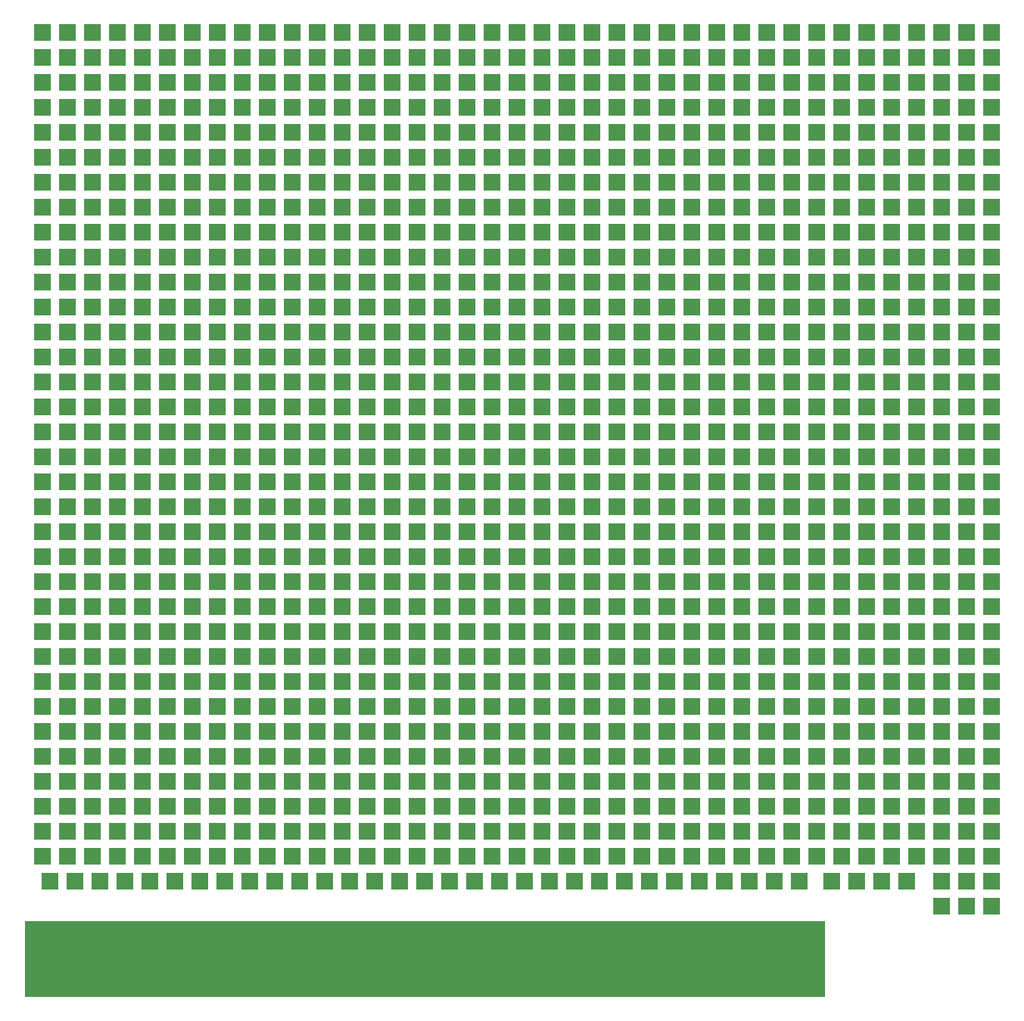
<source format=gbr>
%TF.GenerationSoftware,KiCad,Pcbnew,9.0.1+1*%
%TF.CreationDate,2025-06-01T22:03:51+02:00*%
%TF.ProjectId,isa_8bit_protoboard,6973615f-3862-4697-945f-70726f746f62,rev?*%
%TF.SameCoordinates,Original*%
%TF.FileFunction,Soldermask,Top*%
%TF.FilePolarity,Negative*%
%FSLAX46Y46*%
G04 Gerber Fmt 4.6, Leading zero omitted, Abs format (unit mm)*
G04 Created by KiCad (PCBNEW 9.0.1+1) date 2025-06-01 22:03:51*
%MOMM*%
%LPD*%
G01*
G04 APERTURE LIST*
%ADD10C,0.100000*%
%ADD11R,1.780000X6.784748*%
%ADD12R,1.780000X6.784746*%
%ADD13R,1.780000X6.784747*%
%ADD14R,1.700000X1.700000*%
G04 APERTURE END LIST*
D10*
X177800000Y-142240000D02*
X96520000Y-142240000D01*
X96520000Y-134620000D01*
X177800000Y-134620000D01*
X177800000Y-142240000D01*
G36*
X177800000Y-142240000D02*
G01*
X96520000Y-142240000D01*
X96520000Y-134620000D01*
X177800000Y-134620000D01*
X177800000Y-142240000D01*
G37*
D11*
%TO.C,J3*%
X175260000Y-138012377D03*
X172720000Y-138012377D03*
X170180000Y-138012377D03*
X167640000Y-138012377D03*
X165100000Y-138012377D03*
X162560000Y-138012377D03*
X160020000Y-138012377D03*
X157480000Y-138012377D03*
X154940000Y-138012377D03*
X152400000Y-138012377D03*
X149860000Y-138012377D03*
X147320000Y-138012377D03*
X144780000Y-138012377D03*
X142240000Y-138012377D03*
X139700000Y-138012377D03*
X137160000Y-138012377D03*
X134620000Y-138012377D03*
X132080000Y-138012377D03*
X129540000Y-138012377D03*
X127000000Y-138012377D03*
X124460000Y-138012377D03*
X121920000Y-138012377D03*
X119380000Y-138012377D03*
X116840000Y-138012377D03*
X114300000Y-138012377D03*
X111760000Y-138012377D03*
X109220000Y-138012377D03*
X106680000Y-138012377D03*
X104140000Y-138012377D03*
D12*
X101600000Y-138012378D03*
D13*
X99060000Y-138012377D03*
%TD*%
D14*
%TO.C,REF\u002A\u002A694*%
X121158000Y-89916000D03*
%TD*%
%TO.C,REF\u002A\u002A33*%
X179578000Y-44196000D03*
%TD*%
%TO.C,REF\u002A\u002A1140*%
X194818000Y-117856000D03*
%TD*%
%TO.C,REF\u002A\u002A89*%
X128778000Y-49276000D03*
%TD*%
%TO.C,REF\u002A\u002A281*%
X133858000Y-61976000D03*
%TD*%
%TO.C,REF\u002A\u002A735*%
X128778000Y-92456000D03*
%TD*%
%TO.C,REF\u002A\u002A1145*%
X108458000Y-120396000D03*
%TD*%
%TO.C,REF\u002A\u002A250*%
X151638000Y-59436000D03*
%TD*%
%TO.C,REF\u002A\u002A421*%
X103378000Y-72136000D03*
%TD*%
%TO.C,REF\u002A\u002A780*%
X146558000Y-94996000D03*
%TD*%
%TO.C,REF\u002A\u002A546*%
X131318000Y-79756000D03*
%TD*%
%TO.C,REF\u002A\u002A1019*%
X174498000Y-110236000D03*
%TD*%
%TO.C,REF\u002A\u002A375*%
X179578000Y-67056000D03*
%TD*%
%TO.C,REF\u002A\u002A927*%
X133858000Y-105156000D03*
%TD*%
%TO.C,REF\u002A\u002A205*%
X133858000Y-56896000D03*
%TD*%
%TO.C,REF\u002A\u002A484*%
X166878000Y-74676000D03*
%TD*%
%TO.C,REF\u002A\u002A1178*%
X192278000Y-120396000D03*
%TD*%
%TO.C,REF\u002A\u002A792*%
X177038000Y-94996000D03*
%TD*%
%TO.C,REF\u002A\u002A850*%
X131318000Y-100076000D03*
%TD*%
%TO.C,REF\u002A\u002A137*%
X154178000Y-51816000D03*
%TD*%
%TO.C,REF\u002A\u002A81*%
X108458000Y-49276000D03*
%TD*%
%TO.C,REF\u002A\u002A361*%
X144018000Y-67056000D03*
%TD*%
%TO.C,REF\u002A\u002A302*%
X187198000Y-61976000D03*
%TD*%
%TO.C,REF\u002A\u002A879*%
X108458000Y-102616000D03*
%TD*%
%TO.C,REF\u002A\u002A402*%
X151638000Y-69596000D03*
%TD*%
%TO.C,REF\u002A\u002A877*%
X103378000Y-102616000D03*
%TD*%
%TO.C,REF\u002A\u002A478*%
X151638000Y-74676000D03*
%TD*%
%TO.C,REF\u002A\u002A996*%
X116078000Y-110236000D03*
%TD*%
%TO.C,REF\u002A\u002A292*%
X161798000Y-61976000D03*
%TD*%
%TO.C,REF\u002A\u002A172*%
X146558000Y-54356000D03*
%TD*%
%TO.C,REF\u002A\u002A801*%
X103378000Y-97536000D03*
%TD*%
%TO.C,REF\u002A\u002A342*%
X192278000Y-64516000D03*
%TD*%
%TO.C,REF\u002A\u002A1071*%
X113538000Y-115316000D03*
%TD*%
%TO.C,REF\u002A\u002A684*%
X192278000Y-87376000D03*
%TD*%
%TO.C,REF\u002A\u002A1245*%
X169418000Y-125476000D03*
%TD*%
%TO.C,REF\u002A\u002A1052*%
X161798000Y-112776000D03*
%TD*%
%TO.C,REF\u002A\u002A994*%
X110998000Y-110236000D03*
%TD*%
%TO.C,REF\u002A\u002A606*%
X187198000Y-82296000D03*
%TD*%
%TO.C,REF\u002A\u002A949*%
X189738000Y-105156000D03*
%TD*%
%TO.C,REF\u002A\u002A703*%
X144018000Y-89916000D03*
%TD*%
%TO.C,REF\u002A\u002A238*%
X121158000Y-59436000D03*
%TD*%
%TO.C,REF\u002A\u002A216*%
X161798000Y-56896000D03*
%TD*%
%TO.C,REF\u002A\u002A1085*%
X149098000Y-115316000D03*
%TD*%
%TO.C,REF\u002A\u002A550*%
X141478000Y-79756000D03*
%TD*%
%TO.C,REF\u002A\u002A330*%
X161798000Y-64516000D03*
%TD*%
%TO.C,REF\u002A\u002A1213*%
X184658000Y-122936000D03*
%TD*%
%TO.C,REF\u002A\u002A589*%
X144018000Y-82296000D03*
%TD*%
%TO.C,REF\u002A\u002A162*%
X121158000Y-54356000D03*
%TD*%
%TO.C,REF\u002A\u002A1064*%
X194818000Y-112776000D03*
%TD*%
%TO.C,REF\u002A\u002A1061*%
X184658000Y-112776000D03*
%TD*%
%TO.C,REF\u002A\u002A1125*%
X154178000Y-117856000D03*
%TD*%
%TO.C,REF\u002A\u002A901*%
X164338000Y-102616000D03*
%TD*%
%TO.C,REF\u002A\u002A659*%
X128778000Y-87376000D03*
%TD*%
%TO.C,REF\u002A\u002A495*%
X98298000Y-77216000D03*
%TD*%
%TO.C,REF\u002A\u002A609*%
X98298000Y-84836000D03*
%TD*%
%TO.C,REF\u002A\u002A270*%
X105918000Y-61976000D03*
%TD*%
%TO.C,REF\u002A\u002A420*%
X100838000Y-72136000D03*
%TD*%
%TO.C,REF\u002A\u002A*%
X192278000Y-133096000D03*
%TD*%
%TO.C,REF\u002A\u002A1072*%
X116078000Y-115316000D03*
%TD*%
%TO.C,REF\u002A\u002A646*%
X192278000Y-84836000D03*
%TD*%
%TO.C,REF\u002A\u002A293*%
X164338000Y-61976000D03*
%TD*%
%TO.C,REF\u002A\u002A1088*%
X156718000Y-115316000D03*
%TD*%
%TO.C,REF\u002A\u002A684*%
X194818000Y-87376000D03*
%TD*%
%TO.C,REF\u002A\u002A874*%
X192278000Y-100076000D03*
%TD*%
%TO.C,REF\u002A\u002A357*%
X133858000Y-67056000D03*
%TD*%
%TO.C,REF\u002A\u002A313*%
X118618000Y-64516000D03*
%TD*%
%TO.C,REF\u002A\u002A870*%
X182118000Y-100076000D03*
%TD*%
%TO.C,REF\u002A\u002A797*%
X189738000Y-94996000D03*
%TD*%
%TO.C,REF\u002A\u002A78*%
X100838000Y-49276000D03*
%TD*%
%TO.C,REF\u002A\u002A744*%
X151638000Y-92456000D03*
%TD*%
%TO.C,REF\u002A\u002A*%
X192278000Y-128016000D03*
%TD*%
%TO.C,REF\u002A\u002A491*%
X184658000Y-74676000D03*
%TD*%
%TO.C,REF\u002A\u002A750*%
X166878000Y-92456000D03*
%TD*%
%TO.C,REF\u002A\u002A531*%
X189738000Y-77216000D03*
%TD*%
%TO.C,REF\u002A\u002A1089*%
X159258000Y-115316000D03*
%TD*%
%TO.C,REF\u002A\u002A1119*%
X138938000Y-117856000D03*
%TD*%
%TO.C,REF\u002A\u002A564*%
X177038000Y-79756000D03*
%TD*%
%TO.C,REF\u002A\u002A608*%
X194818000Y-82296000D03*
%TD*%
%TO.C,REF\u002A\u002A872*%
X187198000Y-100076000D03*
%TD*%
%TO.C,REF\u002A\u002A670*%
X156718000Y-87376000D03*
%TD*%
%TO.C,REF\u002A\u002A1252*%
X187198000Y-125476000D03*
%TD*%
%TO.C,REF\u002A\u002A446*%
X166878000Y-72136000D03*
%TD*%
%TO.C,REF\u002A\u002A653*%
X113538000Y-87376000D03*
%TD*%
%TO.C,REF\u002A\u002A988*%
X192278000Y-107696000D03*
%TD*%
%TO.C,REF\u002A\u002A1168*%
X166878000Y-120396000D03*
%TD*%
%TO.C,REF\u002A\u002A616*%
X116078000Y-84836000D03*
%TD*%
%TO.C,REF\u002A\u002A912*%
X194818000Y-102616000D03*
%TD*%
%TO.C,REF\u002A\u002A867*%
X174498000Y-100076000D03*
%TD*%
%TO.C,REF\u002A\u002A1*%
X98298000Y-44196000D03*
%TD*%
%TO.C,REF\u002A\u002A262*%
X182118000Y-59436000D03*
%TD*%
%TO.C,REF\u002A\u002A1146*%
X110998000Y-120396000D03*
%TD*%
%TO.C,REF\u002A\u002A982*%
X177038000Y-107696000D03*
%TD*%
%TO.C,REF\u002A\u002A749*%
X164338000Y-92456000D03*
%TD*%
%TO.C,REF\u002A\u002A268*%
X100838000Y-61976000D03*
%TD*%
%TO.C,REF\u002A\u002A372*%
X171958000Y-67056000D03*
%TD*%
%TO.C,REF\u002A\u002A481*%
X159258000Y-74676000D03*
%TD*%
%TO.C,REF\u002A\u002A1102*%
X192278000Y-115316000D03*
%TD*%
%TO.C,REF\u002A\u002A1254*%
X194818000Y-125476000D03*
%TD*%
%TO.C,REF\u002A\u002A908*%
X182118000Y-102616000D03*
%TD*%
%TO.C,REF\u002A\u002A856*%
X146558000Y-100076000D03*
%TD*%
%TO.C,REF\u002A\u002A651*%
X108458000Y-87376000D03*
%TD*%
%TO.C,REF\u002A\u002A1060*%
X182118000Y-112776000D03*
%TD*%
%TO.C,REF\u002A\u002A933*%
X149098000Y-105156000D03*
%TD*%
%TO.C,REF\u002A\u002A658*%
X126238000Y-87376000D03*
%TD*%
%TO.C,REF\u002A\u002A41*%
X103378000Y-46736000D03*
%TD*%
%TO.C,REF\u002A\u002A1300*%
X119380000Y-130556000D03*
%TD*%
%TO.C,REF\u002A\u002A545*%
X128778000Y-79756000D03*
%TD*%
%TO.C,REF\u002A\u002A324*%
X146558000Y-64516000D03*
%TD*%
%TO.C,REF\u002A\u002A944*%
X177038000Y-105156000D03*
%TD*%
%TO.C,REF\u002A\u002A111*%
X184658000Y-49276000D03*
%TD*%
%TO.C,REF\u002A\u002A627*%
X144018000Y-84836000D03*
%TD*%
%TO.C,REF\u002A\u002A97*%
X149098000Y-49276000D03*
%TD*%
%TO.C,REF\u002A\u002A1016*%
X166878000Y-110236000D03*
%TD*%
%TO.C,REF\u002A\u002A590*%
X146558000Y-82296000D03*
%TD*%
%TO.C,REF\u002A\u002A674*%
X166878000Y-87376000D03*
%TD*%
%TO.C,REF\u002A\u002A513*%
X144018000Y-77216000D03*
%TD*%
%TO.C,REF\u002A\u002A69*%
X174498000Y-46736000D03*
%TD*%
%TO.C,REF\u002A\u002A871*%
X184658000Y-100076000D03*
%TD*%
%TO.C,REF\u002A\u002A784*%
X156718000Y-94996000D03*
%TD*%
%TO.C,REF\u002A\u002A793*%
X179578000Y-94996000D03*
%TD*%
%TO.C,REF\u002A\u002A479*%
X154178000Y-74676000D03*
%TD*%
%TO.C,REF\u002A\u002A576*%
X110998000Y-82296000D03*
%TD*%
%TO.C,REF\u002A\u002A322*%
X141478000Y-64516000D03*
%TD*%
%TO.C,REF\u002A\u002A604*%
X182118000Y-82296000D03*
%TD*%
%TO.C,REF\u002A\u002A1100*%
X187198000Y-115316000D03*
%TD*%
%TO.C,REF\u002A\u002A1067*%
X103378000Y-115316000D03*
%TD*%
%TO.C,REF\u002A\u002A1164*%
X156718000Y-120396000D03*
%TD*%
%TO.C,REF\u002A\u002A1254*%
X194818000Y-130556000D03*
%TD*%
%TO.C,REF\u002A\u002A836*%
X194818000Y-97536000D03*
%TD*%
%TO.C,REF\u002A\u002A207*%
X138938000Y-56896000D03*
%TD*%
%TO.C,REF\u002A\u002A90*%
X131318000Y-49276000D03*
%TD*%
%TO.C,REF\u002A\u002A1235*%
X144018000Y-125476000D03*
%TD*%
%TO.C,REF\u002A\u002A771*%
X123698000Y-94996000D03*
%TD*%
%TO.C,REF\u002A\u002A15*%
X133858000Y-44196000D03*
%TD*%
%TO.C,REF\u002A\u002A1223*%
X113538000Y-125476000D03*
%TD*%
%TO.C,REF\u002A\u002A553*%
X149098000Y-79756000D03*
%TD*%
%TO.C,REF\u002A\u002A941*%
X169418000Y-105156000D03*
%TD*%
%TO.C,REF\u002A\u002A640*%
X177038000Y-84836000D03*
%TD*%
%TO.C,REF\u002A\u002A992*%
X105918000Y-110236000D03*
%TD*%
%TO.C,REF\u002A\u002A1210*%
X177038000Y-122936000D03*
%TD*%
%TO.C,REF\u002A\u002A747*%
X159258000Y-92456000D03*
%TD*%
%TO.C,REF\u002A\u002A1319*%
X167640000Y-130556000D03*
%TD*%
%TO.C,REF\u002A\u002A507*%
X128778000Y-77216000D03*
%TD*%
%TO.C,REF\u002A\u002A1180*%
X100838000Y-122936000D03*
%TD*%
%TO.C,REF\u002A\u002A777*%
X138938000Y-94996000D03*
%TD*%
%TO.C,REF\u002A\u002A940*%
X166878000Y-105156000D03*
%TD*%
%TO.C,REF\u002A\u002A307*%
X103378000Y-64516000D03*
%TD*%
%TO.C,REF\u002A\u002A1272*%
X141478000Y-128016000D03*
%TD*%
%TO.C,REF\u002A\u002A636*%
X166878000Y-84836000D03*
%TD*%
%TO.C,REF\u002A\u002A14*%
X131318000Y-44196000D03*
%TD*%
%TO.C,REF\u002A\u002A741*%
X144018000Y-92456000D03*
%TD*%
%TO.C,REF\u002A\u002A1202*%
X156718000Y-122936000D03*
%TD*%
%TO.C,REF\u002A\u002A349*%
X113538000Y-67056000D03*
%TD*%
%TO.C,REF\u002A\u002A282*%
X136398000Y-61976000D03*
%TD*%
%TO.C,REF\u002A\u002A837*%
X98298000Y-100076000D03*
%TD*%
%TO.C,REF\u002A\u002A176*%
X156718000Y-54356000D03*
%TD*%
%TO.C,REF\u002A\u002A1316*%
X160020000Y-130556000D03*
%TD*%
%TO.C,REF\u002A\u002A122*%
X116078000Y-51816000D03*
%TD*%
%TO.C,REF\u002A\u002A883*%
X118618000Y-102616000D03*
%TD*%
%TO.C,REF\u002A\u002A26*%
X161798000Y-44196000D03*
%TD*%
%TO.C,REF\u002A\u002A1282*%
X166878000Y-128016000D03*
%TD*%
%TO.C,REF\u002A\u002A608*%
X192278000Y-82296000D03*
%TD*%
%TO.C,REF\u002A\u002A1093*%
X169418000Y-115316000D03*
%TD*%
%TO.C,REF\u002A\u002A973*%
X154178000Y-107696000D03*
%TD*%
%TO.C,REF\u002A\u002A376*%
X182118000Y-67056000D03*
%TD*%
%TO.C,REF\u002A\u002A194*%
X105918000Y-56896000D03*
%TD*%
%TO.C,REF\u002A\u002A1056*%
X171958000Y-112776000D03*
%TD*%
%TO.C,REF\u002A\u002A117*%
X103378000Y-51816000D03*
%TD*%
%TO.C,REF\u002A\u002A594*%
X156718000Y-82296000D03*
%TD*%
%TO.C,REF\u002A\u002A678*%
X177038000Y-87376000D03*
%TD*%
%TO.C,REF\u002A\u002A1283*%
X169418000Y-128016000D03*
%TD*%
%TO.C,REF\u002A\u002A708*%
X156718000Y-89916000D03*
%TD*%
%TO.C,REF\u002A\u002A393*%
X128778000Y-69596000D03*
%TD*%
%TO.C,REF\u002A\u002A974*%
X156718000Y-107696000D03*
%TD*%
%TO.C,REF\u002A\u002A159*%
X113538000Y-54356000D03*
%TD*%
%TO.C,REF\u002A\u002A534*%
X100838000Y-79756000D03*
%TD*%
%TO.C,REF\u002A\u002A285*%
X144018000Y-61976000D03*
%TD*%
%TO.C,REF\u002A\u002A899*%
X159258000Y-102616000D03*
%TD*%
%TO.C,REF\u002A\u002A648*%
X100838000Y-87376000D03*
%TD*%
%TO.C,REF\u002A\u002A319*%
X133858000Y-64516000D03*
%TD*%
%TO.C,REF\u002A\u002A698*%
X131318000Y-89916000D03*
%TD*%
%TO.C,REF\u002A\u002A726*%
X105918000Y-92456000D03*
%TD*%
%TO.C,REF\u002A\u002A1167*%
X164338000Y-120396000D03*
%TD*%
%TO.C,REF\u002A\u002A558*%
X161798000Y-79756000D03*
%TD*%
%TO.C,REF\u002A\u002A406*%
X161798000Y-69596000D03*
%TD*%
%TO.C,REF\u002A\u002A242*%
X131318000Y-59436000D03*
%TD*%
%TO.C,REF\u002A\u002A646*%
X194818000Y-84836000D03*
%TD*%
%TO.C,REF\u002A\u002A1184*%
X110998000Y-122936000D03*
%TD*%
%TO.C,REF\u002A\u002A934*%
X151638000Y-105156000D03*
%TD*%
%TO.C,REF\u002A\u002A860*%
X156718000Y-100076000D03*
%TD*%
%TO.C,REF\u002A\u002A363*%
X149098000Y-67056000D03*
%TD*%
%TO.C,REF\u002A\u002A366*%
X156718000Y-67056000D03*
%TD*%
%TO.C,REF\u002A\u002A913*%
X98298000Y-105156000D03*
%TD*%
%TO.C,REF\u002A\u002A668*%
X151638000Y-87376000D03*
%TD*%
%TO.C,REF\u002A\u002A906*%
X177038000Y-102616000D03*
%TD*%
%TO.C,REF\u002A\u002A1260*%
X110998000Y-128016000D03*
%TD*%
%TO.C,REF\u002A\u002A1148*%
X116078000Y-120396000D03*
%TD*%
%TO.C,REF\u002A\u002A359*%
X138938000Y-67056000D03*
%TD*%
%TO.C,REF\u002A\u002A1126*%
X156718000Y-117856000D03*
%TD*%
%TO.C,REF\u002A\u002A82*%
X110998000Y-49276000D03*
%TD*%
%TO.C,REF\u002A\u002A34*%
X182118000Y-44196000D03*
%TD*%
%TO.C,REF\u002A\u002A939*%
X164338000Y-105156000D03*
%TD*%
%TO.C,REF\u002A\u002A720*%
X187198000Y-89916000D03*
%TD*%
%TO.C,REF\u002A\u002A577*%
X113538000Y-82296000D03*
%TD*%
%TO.C,REF\u002A\u002A1253*%
X189738000Y-125476000D03*
%TD*%
%TO.C,REF\u002A\u002A733*%
X123698000Y-92456000D03*
%TD*%
%TO.C,REF\u002A\u002A180*%
X166878000Y-54356000D03*
%TD*%
%TO.C,REF\u002A\u002A556*%
X156718000Y-79756000D03*
%TD*%
%TO.C,REF\u002A\u002A54*%
X136398000Y-46736000D03*
%TD*%
%TO.C,REF\u002A\u002A272*%
X110998000Y-61976000D03*
%TD*%
%TO.C,REF\u002A\u002A563*%
X174498000Y-79756000D03*
%TD*%
%TO.C,REF\u002A\u002A683*%
X189738000Y-87376000D03*
%TD*%
%TO.C,REF\u002A\u002A838*%
X100838000Y-100076000D03*
%TD*%
%TO.C,REF\u002A\u002A632*%
X156718000Y-84836000D03*
%TD*%
%TO.C,REF\u002A\u002A1288*%
X182118000Y-128016000D03*
%TD*%
%TO.C,REF\u002A\u002A1233*%
X138938000Y-125476000D03*
%TD*%
%TO.C,REF\u002A\u002A1250*%
X182118000Y-125476000D03*
%TD*%
%TO.C,REF\u002A\u002A1290*%
X187198000Y-128016000D03*
%TD*%
%TO.C,REF\u002A\u002A391*%
X123698000Y-69596000D03*
%TD*%
%TO.C,REF\u002A\u002A861*%
X159258000Y-100076000D03*
%TD*%
%TO.C,REF\u002A\u002A220*%
X171958000Y-56896000D03*
%TD*%
%TO.C,REF\u002A\u002A157*%
X108458000Y-54356000D03*
%TD*%
%TO.C,REF\u002A\u002A36*%
X187198000Y-44196000D03*
%TD*%
%TO.C,REF\u002A\u002A1090*%
X161798000Y-115316000D03*
%TD*%
%TO.C,REF\u002A\u002A986*%
X187198000Y-107696000D03*
%TD*%
%TO.C,REF\u002A\u002A578*%
X116078000Y-82296000D03*
%TD*%
%TO.C,REF\u002A\u002A654*%
X116078000Y-87376000D03*
%TD*%
%TO.C,REF\u002A\u002A975*%
X159258000Y-107696000D03*
%TD*%
%TO.C,REF\u002A\u002A1002*%
X131318000Y-110236000D03*
%TD*%
%TO.C,REF\u002A\u002A1001*%
X128778000Y-110236000D03*
%TD*%
%TO.C,REF\u002A\u002A1108*%
X110998000Y-117856000D03*
%TD*%
%TO.C,REF\u002A\u002A417*%
X189738000Y-69596000D03*
%TD*%
%TO.C,REF\u002A\u002A1132*%
X171958000Y-117856000D03*
%TD*%
%TO.C,REF\u002A\u002A229*%
X98298000Y-59436000D03*
%TD*%
%TO.C,REF\u002A\u002A445*%
X164338000Y-72136000D03*
%TD*%
%TO.C,REF\u002A\u002A1047*%
X149098000Y-112776000D03*
%TD*%
%TO.C,REF\u002A\u002A820*%
X151638000Y-97536000D03*
%TD*%
%TO.C,REF\u002A\u002A1099*%
X184658000Y-115316000D03*
%TD*%
%TO.C,REF\u002A\u002A960*%
X121158000Y-107696000D03*
%TD*%
%TO.C,REF\u002A\u002A1026*%
X192278000Y-110236000D03*
%TD*%
%TO.C,REF\u002A\u002A1246*%
X171958000Y-125476000D03*
%TD*%
%TO.C,REF\u002A\u002A734*%
X126238000Y-92456000D03*
%TD*%
%TO.C,REF\u002A\u002A1221*%
X108458000Y-125476000D03*
%TD*%
%TO.C,REF\u002A\u002A989*%
X98298000Y-110236000D03*
%TD*%
%TO.C,REF\u002A\u002A1227*%
X123698000Y-125476000D03*
%TD*%
%TO.C,REF\u002A\u002A1176*%
X187198000Y-120396000D03*
%TD*%
%TO.C,REF\u002A\u002A829*%
X174498000Y-97536000D03*
%TD*%
%TO.C,REF\u002A\u002A18*%
X141478000Y-44196000D03*
%TD*%
%TO.C,REF\u002A\u002A854*%
X141478000Y-100076000D03*
%TD*%
%TO.C,REF\u002A\u002A67*%
X169418000Y-46736000D03*
%TD*%
%TO.C,REF\u002A\u002A1057*%
X174498000Y-112776000D03*
%TD*%
%TO.C,REF\u002A\u002A530*%
X187198000Y-77216000D03*
%TD*%
%TO.C,REF\u002A\u002A490*%
X182118000Y-74676000D03*
%TD*%
%TO.C,REF\u002A\u002A891*%
X138938000Y-102616000D03*
%TD*%
%TO.C,REF\u002A\u002A210*%
X146558000Y-56896000D03*
%TD*%
%TO.C,REF\u002A\u002A884*%
X121158000Y-102616000D03*
%TD*%
%TO.C,REF\u002A\u002A1137*%
X184658000Y-117856000D03*
%TD*%
%TO.C,REF\u002A\u002A115*%
X98298000Y-51816000D03*
%TD*%
%TO.C,REF\u002A\u002A796*%
X187198000Y-94996000D03*
%TD*%
%TO.C,REF\u002A\u002A1101*%
X189738000Y-115316000D03*
%TD*%
%TO.C,REF\u002A\u002A1247*%
X174498000Y-125476000D03*
%TD*%
%TO.C,REF\u002A\u002A440*%
X151638000Y-72136000D03*
%TD*%
%TO.C,REF\u002A\u002A50*%
X126238000Y-46736000D03*
%TD*%
%TO.C,REF\u002A\u002A22*%
X151638000Y-44196000D03*
%TD*%
%TO.C,REF\u002A\u002A346*%
X105918000Y-67056000D03*
%TD*%
%TO.C,REF\u002A\u002A995*%
X113538000Y-110236000D03*
%TD*%
%TO.C,REF\u002A\u002A239*%
X123698000Y-59436000D03*
%TD*%
%TO.C,REF\u002A\u002A91*%
X133858000Y-49276000D03*
%TD*%
%TO.C,REF\u002A\u002A1304*%
X129540000Y-130556000D03*
%TD*%
%TO.C,REF\u002A\u002A1034*%
X116078000Y-112776000D03*
%TD*%
%TO.C,REF\u002A\u002A1076*%
X126238000Y-115316000D03*
%TD*%
%TO.C,REF\u002A\u002A234*%
X110998000Y-59436000D03*
%TD*%
%TO.C,REF\u002A\u002A1266*%
X126238000Y-128016000D03*
%TD*%
%TO.C,REF\u002A\u002A702*%
X141478000Y-89916000D03*
%TD*%
%TO.C,REF\u002A\u002A163*%
X123698000Y-54356000D03*
%TD*%
%TO.C,REF\u002A\u002A693*%
X118618000Y-89916000D03*
%TD*%
%TO.C,REF\u002A\u002A344*%
X100838000Y-67056000D03*
%TD*%
%TO.C,REF\u002A\u002A433*%
X133858000Y-72136000D03*
%TD*%
%TO.C,REF\u002A\u002A559*%
X164338000Y-79756000D03*
%TD*%
%TO.C,REF\u002A\u002A918*%
X110998000Y-105156000D03*
%TD*%
%TO.C,REF\u002A\u002A1200*%
X151638000Y-122936000D03*
%TD*%
%TO.C,REF\u002A\u002A1018*%
X171958000Y-110236000D03*
%TD*%
%TO.C,REF\u002A\u002A732*%
X121158000Y-92456000D03*
%TD*%
%TO.C,REF\u002A\u002A499*%
X108458000Y-77216000D03*
%TD*%
%TO.C,REF\u002A\u002A51*%
X128778000Y-46736000D03*
%TD*%
%TO.C,REF\u002A\u002A1149*%
X118618000Y-120396000D03*
%TD*%
%TO.C,REF\u002A\u002A774*%
X131318000Y-94996000D03*
%TD*%
%TO.C,REF\u002A\u002A304*%
X192278000Y-61976000D03*
%TD*%
%TO.C,REF\u002A\u002A1207*%
X169418000Y-122936000D03*
%TD*%
%TO.C,REF\u002A\u002A1305*%
X132080000Y-130556000D03*
%TD*%
%TO.C,REF\u002A\u002A602*%
X177038000Y-82296000D03*
%TD*%
%TO.C,REF\u002A\u002A1301*%
X121920000Y-130556000D03*
%TD*%
%TO.C,REF\u002A\u002A844*%
X116078000Y-100076000D03*
%TD*%
%TO.C,REF\u002A\u002A657*%
X123698000Y-87376000D03*
%TD*%
%TO.C,REF\u002A\u002A1237*%
X149098000Y-125476000D03*
%TD*%
%TO.C,REF\u002A\u002A1214*%
X187198000Y-122936000D03*
%TD*%
%TO.C,REF\u002A\u002A297*%
X174498000Y-61976000D03*
%TD*%
%TO.C,REF\u002A\u002A570*%
X192278000Y-79756000D03*
%TD*%
%TO.C,REF\u002A\u002A135*%
X149098000Y-51816000D03*
%TD*%
%TO.C,REF\u002A\u002A141*%
X164338000Y-51816000D03*
%TD*%
%TO.C,REF\u002A\u002A700*%
X136398000Y-89916000D03*
%TD*%
%TO.C,REF\u002A\u002A785*%
X159258000Y-94996000D03*
%TD*%
%TO.C,REF\u002A\u002A753*%
X174498000Y-92456000D03*
%TD*%
%TO.C,REF\u002A\u002A114*%
X192278000Y-49276000D03*
%TD*%
%TO.C,REF\u002A\u002A447*%
X169418000Y-72136000D03*
%TD*%
%TO.C,REF\u002A\u002A817*%
X144018000Y-97536000D03*
%TD*%
%TO.C,REF\u002A\u002A183*%
X174498000Y-54356000D03*
%TD*%
%TO.C,REF\u002A\u002A1147*%
X113538000Y-120396000D03*
%TD*%
%TO.C,REF\u002A\u002A1058*%
X177038000Y-112776000D03*
%TD*%
%TO.C,REF\u002A\u002A148*%
X182118000Y-51816000D03*
%TD*%
%TO.C,REF\u002A\u002A1270*%
X136398000Y-128016000D03*
%TD*%
%TO.C,REF\u002A\u002A731*%
X118618000Y-92456000D03*
%TD*%
%TO.C,REF\u002A\u002A1197*%
X144018000Y-122936000D03*
%TD*%
%TO.C,REF\u002A\u002A1109*%
X113538000Y-117856000D03*
%TD*%
%TO.C,REF\u002A\u002A681*%
X184658000Y-87376000D03*
%TD*%
%TO.C,REF\u002A\u002A356*%
X131318000Y-67056000D03*
%TD*%
%TO.C,REF\u002A\u002A461*%
X108458000Y-74676000D03*
%TD*%
%TO.C,REF\u002A\u002A525*%
X174498000Y-77216000D03*
%TD*%
%TO.C,REF\u002A\u002A804*%
X110998000Y-97536000D03*
%TD*%
%TO.C,REF\u002A\u002A434*%
X136398000Y-72136000D03*
%TD*%
%TO.C,REF\u002A\u002A1190*%
X126238000Y-122936000D03*
%TD*%
%TO.C,REF\u002A\u002A315*%
X123698000Y-64516000D03*
%TD*%
%TO.C,REF\u002A\u002A1027*%
X98298000Y-112776000D03*
%TD*%
%TO.C,REF\u002A\u002A561*%
X169418000Y-79756000D03*
%TD*%
%TO.C,REF\u002A\u002A760*%
X192278000Y-92456000D03*
%TD*%
%TO.C,REF\u002A\u002A265*%
X189738000Y-59436000D03*
%TD*%
%TO.C,REF\u002A\u002A9*%
X118618000Y-44196000D03*
%TD*%
%TO.C,REF\u002A\u002A191*%
X98298000Y-56896000D03*
%TD*%
%TO.C,REF\u002A\u002A809*%
X123698000Y-97536000D03*
%TD*%
%TO.C,REF\u002A\u002A211*%
X149098000Y-56896000D03*
%TD*%
%TO.C,REF\u002A\u002A158*%
X110998000Y-54356000D03*
%TD*%
%TO.C,REF\u002A\u002A1264*%
X121158000Y-128016000D03*
%TD*%
%TO.C,REF\u002A\u002A765*%
X108458000Y-94996000D03*
%TD*%
%TO.C,REF\u002A\u002A1321*%
X172720000Y-130556000D03*
%TD*%
%TO.C,REF\u002A\u002A536*%
X105918000Y-79756000D03*
%TD*%
%TO.C,REF\u002A\u002A365*%
X154178000Y-67056000D03*
%TD*%
%TO.C,REF\u002A\u002A101*%
X159258000Y-49276000D03*
%TD*%
%TO.C,REF\u002A\u002A497*%
X103378000Y-77216000D03*
%TD*%
%TO.C,REF\u002A\u002A30*%
X171958000Y-44196000D03*
%TD*%
%TO.C,REF\u002A\u002A1208*%
X171958000Y-122936000D03*
%TD*%
%TO.C,REF\u002A\u002A260*%
X177038000Y-59436000D03*
%TD*%
%TO.C,REF\u002A\u002A1251*%
X184658000Y-125476000D03*
%TD*%
%TO.C,REF\u002A\u002A886*%
X126238000Y-102616000D03*
%TD*%
%TO.C,REF\u002A\u002A1163*%
X154178000Y-120396000D03*
%TD*%
%TO.C,REF\u002A\u002A252*%
X156718000Y-59436000D03*
%TD*%
%TO.C,REF\u002A\u002A955*%
X108458000Y-107696000D03*
%TD*%
%TO.C,REF\u002A\u002A978*%
X166878000Y-107696000D03*
%TD*%
%TO.C,REF\u002A\u002A965*%
X133858000Y-107696000D03*
%TD*%
%TO.C,REF\u002A\u002A1098*%
X182118000Y-115316000D03*
%TD*%
%TO.C,REF\u002A\u002A696*%
X126238000Y-89916000D03*
%TD*%
%TO.C,REF\u002A\u002A468*%
X126238000Y-74676000D03*
%TD*%
%TO.C,REF\u002A\u002A303*%
X189738000Y-61976000D03*
%TD*%
%TO.C,REF\u002A\u002A921*%
X118618000Y-105156000D03*
%TD*%
%TO.C,REF\u002A\u002A1218*%
X100838000Y-125476000D03*
%TD*%
%TO.C,REF\u002A\u002A619*%
X123698000Y-84836000D03*
%TD*%
%TO.C,REF\u002A\u002A418*%
X192278000Y-69596000D03*
%TD*%
%TO.C,REF\u002A\u002A38*%
X192278000Y-44196000D03*
%TD*%
%TO.C,REF\u002A\u002A99*%
X154178000Y-49276000D03*
%TD*%
%TO.C,REF\u002A\u002A1188*%
X121158000Y-122936000D03*
%TD*%
%TO.C,REF\u002A\u002A710*%
X161798000Y-89916000D03*
%TD*%
%TO.C,REF\u002A\u002A775*%
X133858000Y-94996000D03*
%TD*%
%TO.C,REF\u002A\u002A119*%
X108458000Y-51816000D03*
%TD*%
%TO.C,REF\u002A\u002A836*%
X192278000Y-97536000D03*
%TD*%
%TO.C,REF\u002A\u002A1159*%
X144018000Y-120396000D03*
%TD*%
%TO.C,REF\u002A\u002A198*%
X116078000Y-56896000D03*
%TD*%
%TO.C,REF\u002A\u002A826*%
X166878000Y-97536000D03*
%TD*%
%TO.C,REF\u002A\u002A1003*%
X133858000Y-110236000D03*
%TD*%
%TO.C,REF\u002A\u002A736*%
X131318000Y-92456000D03*
%TD*%
%TO.C,REF\u002A\u002A463*%
X113538000Y-74676000D03*
%TD*%
%TO.C,REF\u002A\u002A672*%
X161798000Y-87376000D03*
%TD*%
%TO.C,REF\u002A\u002A1267*%
X128778000Y-128016000D03*
%TD*%
%TO.C,REF\u002A\u002A287*%
X149098000Y-61976000D03*
%TD*%
%TO.C,REF\u002A\u002A873*%
X189738000Y-100076000D03*
%TD*%
%TO.C,REF\u002A\u002A1275*%
X149098000Y-128016000D03*
%TD*%
%TO.C,REF\u002A\u002A16*%
X136398000Y-44196000D03*
%TD*%
%TO.C,REF\u002A\u002A612*%
X105918000Y-84836000D03*
%TD*%
%TO.C,REF\u002A\u002A85*%
X118618000Y-49276000D03*
%TD*%
%TO.C,REF\u002A\u002A12*%
X126238000Y-44196000D03*
%TD*%
%TO.C,REF\u002A\u002A31*%
X174498000Y-44196000D03*
%TD*%
%TO.C,REF\u002A\u002A142*%
X166878000Y-51816000D03*
%TD*%
%TO.C,REF\u002A\u002A1183*%
X108458000Y-122936000D03*
%TD*%
%TO.C,REF\u002A\u002A424*%
X110998000Y-72136000D03*
%TD*%
%TO.C,REF\u002A\u002A328*%
X156718000Y-64516000D03*
%TD*%
%TO.C,REF\u002A\u002A1196*%
X141478000Y-122936000D03*
%TD*%
%TO.C,REF\u002A\u002A911*%
X189738000Y-102616000D03*
%TD*%
%TO.C,REF\u002A\u002A29*%
X169418000Y-44196000D03*
%TD*%
%TO.C,REF\u002A\u002A152*%
X194818000Y-51816000D03*
%TD*%
%TO.C,REF\u002A\u002A173*%
X149098000Y-54356000D03*
%TD*%
%TO.C,REF\u002A\u002A390*%
X121158000Y-69596000D03*
%TD*%
%TO.C,REF\u002A\u002A1236*%
X146558000Y-125476000D03*
%TD*%
%TO.C,REF\u002A\u002A722*%
X192278000Y-89916000D03*
%TD*%
%TO.C,REF\u002A\u002A1281*%
X164338000Y-128016000D03*
%TD*%
%TO.C,REF\u002A\u002A1191*%
X128778000Y-122936000D03*
%TD*%
%TO.C,REF\u002A\u002A362*%
X146558000Y-67056000D03*
%TD*%
%TO.C,REF\u002A\u002A596*%
X161798000Y-82296000D03*
%TD*%
%TO.C,REF\u002A\u002A314*%
X121158000Y-64516000D03*
%TD*%
%TO.C,REF\u002A\u002A502*%
X116078000Y-77216000D03*
%TD*%
%TO.C,REF\u002A\u002A203*%
X128778000Y-56896000D03*
%TD*%
%TO.C,REF\u002A\u002A950*%
X194818000Y-105156000D03*
%TD*%
%TO.C,REF\u002A\u002A584*%
X131318000Y-82296000D03*
%TD*%
%TO.C,REF\u002A\u002A719*%
X184658000Y-89916000D03*
%TD*%
%TO.C,REF\u002A\u002A607*%
X189738000Y-82296000D03*
%TD*%
%TO.C,REF\u002A\u002A317*%
X128778000Y-64516000D03*
%TD*%
%TO.C,REF\u002A\u002A1120*%
X141478000Y-117856000D03*
%TD*%
%TO.C,REF\u002A\u002A150*%
X187198000Y-51816000D03*
%TD*%
%TO.C,REF\u002A\u002A1062*%
X187198000Y-112776000D03*
%TD*%
%TO.C,REF\u002A\u002A783*%
X154178000Y-94996000D03*
%TD*%
%TO.C,REF\u002A\u002A64*%
X161798000Y-46736000D03*
%TD*%
%TO.C,REF\u002A\u002A221*%
X174498000Y-56896000D03*
%TD*%
%TO.C,REF\u002A\u002A1094*%
X171958000Y-115316000D03*
%TD*%
%TO.C,REF\u002A\u002A1004*%
X136398000Y-110236000D03*
%TD*%
%TO.C,REF\u002A\u002A52*%
X131318000Y-46736000D03*
%TD*%
%TO.C,REF\u002A\u002A109*%
X179578000Y-49276000D03*
%TD*%
%TO.C,REF\u002A\u002A638*%
X171958000Y-84836000D03*
%TD*%
%TO.C,REF\u002A\u002A1139*%
X189738000Y-117856000D03*
%TD*%
%TO.C,REF\u002A\u002A953*%
X103378000Y-107696000D03*
%TD*%
%TO.C,REF\u002A\u002A1111*%
X118618000Y-117856000D03*
%TD*%
%TO.C,REF\u002A\u002A489*%
X179578000Y-74676000D03*
%TD*%
%TO.C,REF\u002A\u002A40*%
X100838000Y-46736000D03*
%TD*%
%TO.C,REF\u002A\u002A104*%
X166878000Y-49276000D03*
%TD*%
%TO.C,REF\u002A\u002A622*%
X131318000Y-84836000D03*
%TD*%
%TO.C,REF\u002A\u002A444*%
X161798000Y-72136000D03*
%TD*%
%TO.C,REF\u002A\u002A893*%
X144018000Y-102616000D03*
%TD*%
%TO.C,REF\u002A\u002A381*%
X98298000Y-69596000D03*
%TD*%
%TO.C,REF\u002A\u002A166*%
X131318000Y-54356000D03*
%TD*%
%TO.C,REF\u002A\u002A1229*%
X128778000Y-125476000D03*
%TD*%
%TO.C,REF\u002A\u002A803*%
X108458000Y-97536000D03*
%TD*%
%TO.C,REF\u002A\u002A247*%
X144018000Y-59436000D03*
%TD*%
%TO.C,REF\u002A\u002A533*%
X98298000Y-79756000D03*
%TD*%
%TO.C,REF\u002A\u002A61*%
X154178000Y-46736000D03*
%TD*%
%TO.C,REF\u002A\u002A412*%
X177038000Y-69596000D03*
%TD*%
%TO.C,REF\u002A\u002A1050*%
X156718000Y-112776000D03*
%TD*%
%TO.C,REF\u002A\u002A156*%
X105918000Y-54356000D03*
%TD*%
%TO.C,REF\u002A\u002A339*%
X184658000Y-64516000D03*
%TD*%
%TO.C,REF\u002A\u002A538*%
X110998000Y-79756000D03*
%TD*%
%TO.C,REF\u002A\u002A1129*%
X164338000Y-117856000D03*
%TD*%
%TO.C,REF\u002A\u002A1156*%
X136398000Y-120396000D03*
%TD*%
%TO.C,REF\u002A\u002A456*%
X192278000Y-72136000D03*
%TD*%
%TO.C,REF\u002A\u002A794*%
X182118000Y-94996000D03*
%TD*%
%TO.C,REF\u002A\u002A716*%
X177038000Y-89916000D03*
%TD*%
%TO.C,REF\u002A\u002A903*%
X169418000Y-102616000D03*
%TD*%
%TO.C,REF\u002A\u002A1277*%
X154178000Y-128016000D03*
%TD*%
%TO.C,REF\u002A\u002A1261*%
X113538000Y-128016000D03*
%TD*%
%TO.C,REF\u002A\u002A1175*%
X184658000Y-120396000D03*
%TD*%
%TO.C,REF\u002A\u002A43*%
X108458000Y-46736000D03*
%TD*%
%TO.C,REF\u002A\u002A286*%
X146558000Y-61976000D03*
%TD*%
%TO.C,REF\u002A\u002A290*%
X156718000Y-61976000D03*
%TD*%
%TO.C,REF\u002A\u002A169*%
X138938000Y-54356000D03*
%TD*%
%TO.C,REF\u002A\u002A271*%
X108458000Y-61976000D03*
%TD*%
%TO.C,REF\u002A\u002A236*%
X116078000Y-59436000D03*
%TD*%
%TO.C,REF\u002A\u002A1005*%
X138938000Y-110236000D03*
%TD*%
%TO.C,REF\u002A\u002A853*%
X138938000Y-100076000D03*
%TD*%
%TO.C,REF\u002A\u002A532*%
X194818000Y-77216000D03*
%TD*%
%TO.C,REF\u002A\u002A128*%
X131318000Y-51816000D03*
%TD*%
%TO.C,REF\u002A\u002A503*%
X118618000Y-77216000D03*
%TD*%
%TO.C,REF\u002A\u002A1311*%
X147320000Y-130556000D03*
%TD*%
%TO.C,REF\u002A\u002A570*%
X194818000Y-79756000D03*
%TD*%
%TO.C,REF\u002A\u002A309*%
X108458000Y-64516000D03*
%TD*%
%TO.C,REF\u002A\u002A888*%
X131318000Y-102616000D03*
%TD*%
%TO.C,REF\u002A\u002A642*%
X182118000Y-84836000D03*
%TD*%
%TO.C,REF\u002A\u002A1225*%
X118618000Y-125476000D03*
%TD*%
%TO.C,REF\u002A\u002A1069*%
X108458000Y-115316000D03*
%TD*%
%TO.C,REF\u002A\u002A244*%
X136398000Y-59436000D03*
%TD*%
%TO.C,REF\u002A\u002A824*%
X161798000Y-97536000D03*
%TD*%
%TO.C,REF\u002A\u002A190*%
X192278000Y-54356000D03*
%TD*%
%TO.C,REF\u002A\u002A37*%
X189738000Y-44196000D03*
%TD*%
%TO.C,REF\u002A\u002A1285*%
X174498000Y-128016000D03*
%TD*%
%TO.C,REF\u002A\u002A1166*%
X161798000Y-120396000D03*
%TD*%
%TO.C,REF\u002A\u002A526*%
X177038000Y-77216000D03*
%TD*%
%TO.C,REF\u002A\u002A154*%
X100838000Y-54356000D03*
%TD*%
%TO.C,REF\u002A\u002A972*%
X151638000Y-107696000D03*
%TD*%
%TO.C,REF\u002A\u002A952*%
X100838000Y-107696000D03*
%TD*%
%TO.C,REF\u002A\u002A42*%
X105918000Y-46736000D03*
%TD*%
%TO.C,REF\u002A\u002A633*%
X159258000Y-84836000D03*
%TD*%
%TO.C,REF\u002A\u002A705*%
X149098000Y-89916000D03*
%TD*%
%TO.C,REF\u002A\u002A355*%
X128778000Y-67056000D03*
%TD*%
%TO.C,REF\u002A\u002A569*%
X189738000Y-79756000D03*
%TD*%
%TO.C,REF\u002A\u002A494*%
X192278000Y-74676000D03*
%TD*%
%TO.C,REF\u002A\u002A759*%
X189738000Y-92456000D03*
%TD*%
%TO.C,REF\u002A\u002A482*%
X161798000Y-74676000D03*
%TD*%
%TO.C,REF\u002A\u002A202*%
X126238000Y-56896000D03*
%TD*%
%TO.C,REF\u002A\u002A1217*%
X98298000Y-125476000D03*
%TD*%
%TO.C,REF\u002A\u002A993*%
X108458000Y-110236000D03*
%TD*%
%TO.C,REF\u002A\u002A428*%
X121158000Y-72136000D03*
%TD*%
%TO.C,REF\u002A\u002A1302*%
X124460000Y-130556000D03*
%TD*%
%TO.C,REF\u002A\u002A11*%
X123698000Y-44196000D03*
%TD*%
%TO.C,REF\u002A\u002A859*%
X154178000Y-100076000D03*
%TD*%
%TO.C,REF\u002A\u002A557*%
X159258000Y-79756000D03*
%TD*%
%TO.C,REF\u002A\u002A399*%
X144018000Y-69596000D03*
%TD*%
%TO.C,REF\u002A\u002A662*%
X136398000Y-87376000D03*
%TD*%
%TO.C,REF\u002A\u002A144*%
X171958000Y-51816000D03*
%TD*%
%TO.C,REF\u002A\u002A984*%
X182118000Y-107696000D03*
%TD*%
%TO.C,REF\u002A\u002A652*%
X110998000Y-87376000D03*
%TD*%
%TO.C,REF\u002A\u002A795*%
X184658000Y-94996000D03*
%TD*%
%TO.C,REF\u002A\u002A1124*%
X151638000Y-117856000D03*
%TD*%
%TO.C,REF\u002A\u002A1115*%
X128778000Y-117856000D03*
%TD*%
%TO.C,REF\u002A\u002A208*%
X141478000Y-56896000D03*
%TD*%
%TO.C,REF\u002A\u002A103*%
X164338000Y-49276000D03*
%TD*%
%TO.C,REF\u002A\u002A1063*%
X189738000Y-112776000D03*
%TD*%
%TO.C,REF\u002A\u002A665*%
X144018000Y-87376000D03*
%TD*%
%TO.C,REF\u002A\u002A806*%
X116078000Y-97536000D03*
%TD*%
%TO.C,REF\u002A\u002A193*%
X103378000Y-56896000D03*
%TD*%
%TO.C,REF\u002A\u002A905*%
X174498000Y-102616000D03*
%TD*%
%TO.C,REF\u002A\u002A915*%
X103378000Y-105156000D03*
%TD*%
%TO.C,REF\u002A\u002A769*%
X118618000Y-94996000D03*
%TD*%
%TO.C,REF\u002A\u002A840*%
X105918000Y-100076000D03*
%TD*%
%TO.C,REF\u002A\u002A308*%
X105918000Y-64516000D03*
%TD*%
%TO.C,REF\u002A\u002A997*%
X118618000Y-110236000D03*
%TD*%
%TO.C,REF\u002A\u002A1136*%
X182118000Y-117856000D03*
%TD*%
%TO.C,REF\u002A\u002A868*%
X177038000Y-100076000D03*
%TD*%
%TO.C,REF\u002A\u002A1286*%
X177038000Y-128016000D03*
%TD*%
%TO.C,REF\u002A\u002A298*%
X177038000Y-61976000D03*
%TD*%
%TO.C,REF\u002A\u002A353*%
X123698000Y-67056000D03*
%TD*%
%TO.C,REF\u002A\u002A1055*%
X169418000Y-112776000D03*
%TD*%
%TO.C,REF\u002A\u002A875*%
X98298000Y-102616000D03*
%TD*%
%TO.C,REF\u002A\u002A935*%
X154178000Y-105156000D03*
%TD*%
%TO.C,REF\u002A\u002A1031*%
X108458000Y-112776000D03*
%TD*%
%TO.C,REF\u002A\u002A23*%
X154178000Y-44196000D03*
%TD*%
%TO.C,REF\u002A\u002A1014*%
X161798000Y-110236000D03*
%TD*%
%TO.C,REF\u002A\u002A186*%
X182118000Y-54356000D03*
%TD*%
%TO.C,REF\u002A\u002A660*%
X131318000Y-87376000D03*
%TD*%
%TO.C,REF\u002A\u002A1077*%
X128778000Y-115316000D03*
%TD*%
%TO.C,REF\u002A\u002A1075*%
X123698000Y-115316000D03*
%TD*%
%TO.C,REF\u002A\u002A1039*%
X128778000Y-112776000D03*
%TD*%
%TO.C,REF\u002A\u002A882*%
X116078000Y-102616000D03*
%TD*%
%TO.C,REF\u002A\u002A283*%
X138938000Y-61976000D03*
%TD*%
%TO.C,REF\u002A\u002A343*%
X98298000Y-67056000D03*
%TD*%
%TO.C,REF\u002A\u002A1297*%
X111760000Y-130556000D03*
%TD*%
%TO.C,REF\u002A\u002A830*%
X177038000Y-97536000D03*
%TD*%
%TO.C,REF\u002A\u002A1010*%
X151638000Y-110236000D03*
%TD*%
%TO.C,REF\u002A\u002A1013*%
X159258000Y-110236000D03*
%TD*%
%TO.C,REF\u002A\u002A851*%
X133858000Y-100076000D03*
%TD*%
%TO.C,REF\u002A\u002A987*%
X189738000Y-107696000D03*
%TD*%
%TO.C,REF\u002A\u002A962*%
X126238000Y-107696000D03*
%TD*%
%TO.C,REF\u002A\u002A1258*%
X105918000Y-128016000D03*
%TD*%
%TO.C,REF\u002A\u002A56*%
X141478000Y-46736000D03*
%TD*%
%TO.C,REF\u002A\u002A950*%
X192278000Y-105156000D03*
%TD*%
%TO.C,REF\u002A\u002A504*%
X121158000Y-77216000D03*
%TD*%
%TO.C,REF\u002A\u002A58*%
X146558000Y-46736000D03*
%TD*%
%TO.C,REF\u002A\u002A1257*%
X103378000Y-128016000D03*
%TD*%
%TO.C,REF\u002A\u002A59*%
X149098000Y-46736000D03*
%TD*%
%TO.C,REF\u002A\u002A385*%
X108458000Y-69596000D03*
%TD*%
%TO.C,REF\u002A\u002A755*%
X179578000Y-92456000D03*
%TD*%
%TO.C,REF\u002A\u002A470*%
X131318000Y-74676000D03*
%TD*%
%TO.C,REF\u002A\u002A219*%
X169418000Y-56896000D03*
%TD*%
%TO.C,REF\u002A\u002A181*%
X169418000Y-54356000D03*
%TD*%
%TO.C,REF\u002A\u002A956*%
X110998000Y-107696000D03*
%TD*%
%TO.C,REF\u002A\u002A439*%
X149098000Y-72136000D03*
%TD*%
%TO.C,REF\u002A\u002A224*%
X182118000Y-56896000D03*
%TD*%
%TO.C,REF\u002A\u002A453*%
X184658000Y-72136000D03*
%TD*%
%TO.C,REF\u002A\u002A414*%
X182118000Y-69596000D03*
%TD*%
%TO.C,REF\u002A\u002A1170*%
X171958000Y-120396000D03*
%TD*%
%TO.C,REF\u002A\u002A249*%
X149098000Y-59436000D03*
%TD*%
%TO.C,REF\u002A\u002A275*%
X118618000Y-61976000D03*
%TD*%
%TO.C,REF\u002A\u002A692*%
X116078000Y-89916000D03*
%TD*%
%TO.C,REF\u002A\u002A634*%
X161798000Y-84836000D03*
%TD*%
%TO.C,REF\u002A\u002A70*%
X177038000Y-46736000D03*
%TD*%
%TO.C,REF\u002A\u002A72*%
X182118000Y-46736000D03*
%TD*%
%TO.C,REF\u002A\u002A610*%
X100838000Y-84836000D03*
%TD*%
%TO.C,REF\u002A\u002A1192*%
X131318000Y-122936000D03*
%TD*%
%TO.C,REF\u002A\u002A32*%
X177038000Y-44196000D03*
%TD*%
%TO.C,REF\u002A\u002A641*%
X179578000Y-84836000D03*
%TD*%
%TO.C,REF\u002A\u002A228*%
X192278000Y-56896000D03*
%TD*%
%TO.C,REF\u002A\u002A418*%
X194818000Y-69596000D03*
%TD*%
%TO.C,REF\u002A\u002A958*%
X116078000Y-107696000D03*
%TD*%
%TO.C,REF\u002A\u002A951*%
X98298000Y-107696000D03*
%TD*%
%TO.C,REF\u002A\u002A466*%
X121158000Y-74676000D03*
%TD*%
%TO.C,REF\u002A\u002A130*%
X136398000Y-51816000D03*
%TD*%
%TO.C,REF\u002A\u002A593*%
X154178000Y-82296000D03*
%TD*%
%TO.C,REF\u002A\u002A509*%
X133858000Y-77216000D03*
%TD*%
%TO.C,REF\u002A\u002A707*%
X154178000Y-89916000D03*
%TD*%
%TO.C,REF\u002A\u002A1073*%
X118618000Y-115316000D03*
%TD*%
%TO.C,REF\u002A\u002A182*%
X171958000Y-54356000D03*
%TD*%
%TO.C,REF\u002A\u002A890*%
X136398000Y-102616000D03*
%TD*%
%TO.C,REF\u002A\u002A664*%
X141478000Y-87376000D03*
%TD*%
%TO.C,REF\u002A\u002A808*%
X121158000Y-97536000D03*
%TD*%
%TO.C,REF\u002A\u002A436*%
X141478000Y-72136000D03*
%TD*%
%TO.C,REF\u002A\u002A585*%
X133858000Y-82296000D03*
%TD*%
%TO.C,REF\u002A\u002A5*%
X108458000Y-44196000D03*
%TD*%
%TO.C,REF\u002A\u002A471*%
X133858000Y-74676000D03*
%TD*%
%TO.C,REF\u002A\u002A225*%
X184658000Y-56896000D03*
%TD*%
%TO.C,REF\u002A\u002A897*%
X154178000Y-102616000D03*
%TD*%
%TO.C,REF\u002A\u002A605*%
X184658000Y-82296000D03*
%TD*%
%TO.C,REF\u002A\u002A320*%
X136398000Y-64516000D03*
%TD*%
%TO.C,REF\u002A\u002A511*%
X138938000Y-77216000D03*
%TD*%
%TO.C,REF\u002A\u002A155*%
X103378000Y-54356000D03*
%TD*%
%TO.C,REF\u002A\u002A706*%
X151638000Y-89916000D03*
%TD*%
%TO.C,REF\u002A\u002A1030*%
X105918000Y-112776000D03*
%TD*%
%TO.C,REF\u002A\u002A75*%
X189738000Y-46736000D03*
%TD*%
%TO.C,REF\u002A\u002A300*%
X182118000Y-61976000D03*
%TD*%
%TO.C,REF\u002A\u002A846*%
X121158000Y-100076000D03*
%TD*%
%TO.C,REF\u002A\u002A44*%
X110998000Y-46736000D03*
%TD*%
%TO.C,REF\u002A\u002A1204*%
X161798000Y-122936000D03*
%TD*%
%TO.C,REF\u002A\u002A1006*%
X141478000Y-110236000D03*
%TD*%
%TO.C,REF\u002A\u002A680*%
X182118000Y-87376000D03*
%TD*%
%TO.C,REF\u002A\u002A521*%
X164338000Y-77216000D03*
%TD*%
%TO.C,REF\u002A\u002A458*%
X100838000Y-74676000D03*
%TD*%
%TO.C,REF\u002A\u002A827*%
X169418000Y-97536000D03*
%TD*%
%TO.C,REF\u002A\u002A591*%
X149098000Y-82296000D03*
%TD*%
%TO.C,REF\u002A\u002A289*%
X154178000Y-61976000D03*
%TD*%
%TO.C,REF\u002A\u002A1104*%
X100838000Y-117856000D03*
%TD*%
%TO.C,REF\u002A\u002A1113*%
X123698000Y-117856000D03*
%TD*%
%TO.C,REF\u002A\u002A738*%
X136398000Y-92456000D03*
%TD*%
%TO.C,REF\u002A\u002A185*%
X179578000Y-54356000D03*
%TD*%
%TO.C,REF\u002A\u002A256*%
X166878000Y-59436000D03*
%TD*%
%TO.C,REF\u002A\u002A1296*%
X109220000Y-130556000D03*
%TD*%
%TO.C,REF\u002A\u002A1240*%
X156718000Y-125476000D03*
%TD*%
%TO.C,REF\u002A\u002A685*%
X98298000Y-89916000D03*
%TD*%
%TO.C,REF\u002A\u002A266*%
X194818000Y-59436000D03*
%TD*%
%TO.C,REF\u002A\u002A1262*%
X116078000Y-128016000D03*
%TD*%
%TO.C,REF\u002A\u002A134*%
X146558000Y-51816000D03*
%TD*%
%TO.C,REF\u002A\u002A1092*%
X166878000Y-115316000D03*
%TD*%
%TO.C,REF\u002A\u002A161*%
X118618000Y-54356000D03*
%TD*%
%TO.C,REF\u002A\u002A586*%
X136398000Y-82296000D03*
%TD*%
%TO.C,REF\u002A\u002A1241*%
X159258000Y-125476000D03*
%TD*%
%TO.C,REF\u002A\u002A833*%
X184658000Y-97536000D03*
%TD*%
%TO.C,REF\u002A\u002A656*%
X121158000Y-87376000D03*
%TD*%
%TO.C,REF\u002A\u002A55*%
X138938000Y-46736000D03*
%TD*%
%TO.C,REF\u002A\u002A845*%
X118618000Y-100076000D03*
%TD*%
%TO.C,REF\u002A\u002A866*%
X171958000Y-100076000D03*
%TD*%
%TO.C,REF\u002A\u002A1023*%
X184658000Y-110236000D03*
%TD*%
%TO.C,REF\u002A\u002A1022*%
X182118000Y-110236000D03*
%TD*%
%TO.C,REF\u002A\u002A728*%
X110998000Y-92456000D03*
%TD*%
%TO.C,REF\u002A\u002A1107*%
X108458000Y-117856000D03*
%TD*%
%TO.C,REF\u002A\u002A1068*%
X105918000Y-115316000D03*
%TD*%
%TO.C,REF\u002A\u002A80*%
X105918000Y-49276000D03*
%TD*%
%TO.C,REF\u002A\u002A506*%
X126238000Y-77216000D03*
%TD*%
%TO.C,REF\u002A\u002A432*%
X131318000Y-72136000D03*
%TD*%
%TO.C,REF\u002A\u002A120*%
X110998000Y-51816000D03*
%TD*%
%TO.C,REF\u002A\u002A544*%
X126238000Y-79756000D03*
%TD*%
%TO.C,REF\u002A\u002A686*%
X100838000Y-89916000D03*
%TD*%
%TO.C,REF\u002A\u002A887*%
X128778000Y-102616000D03*
%TD*%
%TO.C,REF\u002A\u002A136*%
X151638000Y-51816000D03*
%TD*%
%TO.C,REF\u002A\u002A787*%
X164338000Y-94996000D03*
%TD*%
%TO.C,REF\u002A\u002A667*%
X149098000Y-87376000D03*
%TD*%
%TO.C,REF\u002A\u002A1232*%
X136398000Y-125476000D03*
%TD*%
%TO.C,REF\u002A\u002A177*%
X159258000Y-54356000D03*
%TD*%
%TO.C,REF\u002A\u002A1178*%
X194818000Y-120396000D03*
%TD*%
%TO.C,REF\u002A\u002A392*%
X126238000Y-69596000D03*
%TD*%
%TO.C,REF\u002A\u002A914*%
X100838000Y-105156000D03*
%TD*%
%TO.C,REF\u002A\u002A133*%
X144018000Y-51816000D03*
%TD*%
%TO.C,REF\u002A\u002A1289*%
X184658000Y-128016000D03*
%TD*%
%TO.C,REF\u002A\u002A518*%
X156718000Y-77216000D03*
%TD*%
%TO.C,REF\u002A\u002A73*%
X184658000Y-46736000D03*
%TD*%
%TO.C,REF\u002A\u002A999*%
X123698000Y-110236000D03*
%TD*%
%TO.C,REF\u002A\u002A325*%
X149098000Y-64516000D03*
%TD*%
%TO.C,REF\u002A\u002A45*%
X113538000Y-46736000D03*
%TD*%
%TO.C,REF\u002A\u002A1110*%
X116078000Y-117856000D03*
%TD*%
%TO.C,REF\u002A\u002A1172*%
X177038000Y-120396000D03*
%TD*%
%TO.C,REF\u002A\u002A991*%
X103378000Y-110236000D03*
%TD*%
%TO.C,REF\u002A\u002A1205*%
X164338000Y-122936000D03*
%TD*%
%TO.C,REF\u002A\u002A1130*%
X166878000Y-117856000D03*
%TD*%
%TO.C,REF\u002A\u002A321*%
X138938000Y-64516000D03*
%TD*%
%TO.C,REF\u002A\u002A190*%
X194818000Y-54356000D03*
%TD*%
%TO.C,REF\u002A\u002A475*%
X144018000Y-74676000D03*
%TD*%
%TO.C,REF\u002A\u002A1309*%
X142240000Y-130556000D03*
%TD*%
%TO.C,REF\u002A\u002A1239*%
X154178000Y-125476000D03*
%TD*%
%TO.C,REF\u002A\u002A1254*%
X192278000Y-130556000D03*
%TD*%
%TO.C,REF\u002A\u002A621*%
X128778000Y-84836000D03*
%TD*%
%TO.C,REF\u002A\u002A341*%
X189738000Y-64516000D03*
%TD*%
%TO.C,REF\u002A\u002A730*%
X116078000Y-92456000D03*
%TD*%
%TO.C,REF\u002A\u002A601*%
X174498000Y-82296000D03*
%TD*%
%TO.C,REF\u002A\u002A465*%
X118618000Y-74676000D03*
%TD*%
%TO.C,REF\u002A\u002A739*%
X138938000Y-92456000D03*
%TD*%
%TO.C,REF\u002A\u002A1181*%
X103378000Y-122936000D03*
%TD*%
%TO.C,REF\u002A\u002A971*%
X149098000Y-107696000D03*
%TD*%
%TO.C,REF\u002A\u002A874*%
X194818000Y-100076000D03*
%TD*%
%TO.C,REF\u002A\u002A419*%
X98298000Y-72136000D03*
%TD*%
%TO.C,REF\u002A\u002A226*%
X187198000Y-56896000D03*
%TD*%
%TO.C,REF\u002A\u002A53*%
X133858000Y-46736000D03*
%TD*%
%TO.C,REF\u002A\u002A523*%
X169418000Y-77216000D03*
%TD*%
%TO.C,REF\u002A\u002A443*%
X159258000Y-72136000D03*
%TD*%
%TO.C,REF\u002A\u002A114*%
X194818000Y-49276000D03*
%TD*%
%TO.C,REF\u002A\u002A1081*%
X138938000Y-115316000D03*
%TD*%
%TO.C,REF\u002A\u002A1292*%
X99060000Y-130556000D03*
%TD*%
%TO.C,REF\u002A\u002A1097*%
X179578000Y-115316000D03*
%TD*%
%TO.C,REF\u002A\u002A773*%
X128778000Y-94996000D03*
%TD*%
%TO.C,REF\u002A\u002A537*%
X108458000Y-79756000D03*
%TD*%
%TO.C,REF\u002A\u002A858*%
X151638000Y-100076000D03*
%TD*%
%TO.C,REF\u002A\u002A954*%
X105918000Y-107696000D03*
%TD*%
%TO.C,REF\u002A\u002A1021*%
X179578000Y-110236000D03*
%TD*%
%TO.C,REF\u002A\u002A1254*%
X189738000Y-130556000D03*
%TD*%
%TO.C,REF\u002A\u002A512*%
X141478000Y-77216000D03*
%TD*%
%TO.C,REF\u002A\u002A217*%
X164338000Y-56896000D03*
%TD*%
%TO.C,REF\u002A\u002A881*%
X113538000Y-102616000D03*
%TD*%
%TO.C,REF\u002A\u002A301*%
X184658000Y-61976000D03*
%TD*%
%TO.C,REF\u002A\u002A98*%
X151638000Y-49276000D03*
%TD*%
%TO.C,REF\u002A\u002A926*%
X131318000Y-105156000D03*
%TD*%
%TO.C,REF\u002A\u002A1198*%
X146558000Y-122936000D03*
%TD*%
%TO.C,REF\u002A\u002A235*%
X113538000Y-59436000D03*
%TD*%
%TO.C,REF\u002A\u002A1045*%
X144018000Y-112776000D03*
%TD*%
%TO.C,REF\u002A\u002A1103*%
X98298000Y-117856000D03*
%TD*%
%TO.C,REF\u002A\u002A729*%
X113538000Y-92456000D03*
%TD*%
%TO.C,REF\u002A\u002A1226*%
X121158000Y-125476000D03*
%TD*%
%TO.C,REF\u002A\u002A1308*%
X139700000Y-130556000D03*
%TD*%
%TO.C,REF\u002A\u002A501*%
X113538000Y-77216000D03*
%TD*%
%TO.C,REF\u002A\u002A398*%
X141478000Y-69596000D03*
%TD*%
%TO.C,REF\u002A\u002A316*%
X126238000Y-64516000D03*
%TD*%
%TO.C,REF\u002A\u002A1012*%
X156718000Y-110236000D03*
%TD*%
%TO.C,REF\u002A\u002A1185*%
X113538000Y-122936000D03*
%TD*%
%TO.C,REF\u002A\u002A380*%
X192278000Y-67056000D03*
%TD*%
%TO.C,REF\u002A\u002A1028*%
X100838000Y-112776000D03*
%TD*%
%TO.C,REF\u002A\u002A1193*%
X133858000Y-122936000D03*
%TD*%
%TO.C,REF\u002A\u002A1037*%
X123698000Y-112776000D03*
%TD*%
%TO.C,REF\u002A\u002A644*%
X187198000Y-84836000D03*
%TD*%
%TO.C,REF\u002A\u002A1141*%
X98298000Y-120396000D03*
%TD*%
%TO.C,REF\u002A\u002A928*%
X136398000Y-105156000D03*
%TD*%
%TO.C,REF\u002A\u002A898*%
X156718000Y-102616000D03*
%TD*%
%TO.C,REF\u002A\u002A1291*%
X189738000Y-128016000D03*
%TD*%
%TO.C,REF\u002A\u002A38*%
X194818000Y-44196000D03*
%TD*%
%TO.C,REF\u002A\u002A661*%
X133858000Y-87376000D03*
%TD*%
%TO.C,REF\u002A\u002A94*%
X141478000Y-49276000D03*
%TD*%
%TO.C,REF\u002A\u002A1114*%
X126238000Y-117856000D03*
%TD*%
%TO.C,REF\u002A\u002A296*%
X171958000Y-61976000D03*
%TD*%
%TO.C,REF\u002A\u002A395*%
X133858000Y-69596000D03*
%TD*%
%TO.C,REF\u002A\u002A1144*%
X105918000Y-120396000D03*
%TD*%
%TO.C,REF\u002A\u002A1138*%
X187198000Y-117856000D03*
%TD*%
%TO.C,REF\u002A\u002A565*%
X179578000Y-79756000D03*
%TD*%
%TO.C,REF\u002A\u002A1117*%
X133858000Y-117856000D03*
%TD*%
%TO.C,REF\u002A\u002A326*%
X151638000Y-64516000D03*
%TD*%
%TO.C,REF\u002A\u002A87*%
X123698000Y-49276000D03*
%TD*%
%TO.C,REF\u002A\u002A6*%
X110998000Y-44196000D03*
%TD*%
%TO.C,REF\u002A\u002A259*%
X174498000Y-59436000D03*
%TD*%
%TO.C,REF\u002A\u002A1287*%
X179578000Y-128016000D03*
%TD*%
%TO.C,REF\u002A\u002A1293*%
X101600000Y-130556000D03*
%TD*%
%TO.C,REF\u002A\u002A542*%
X121158000Y-79756000D03*
%TD*%
%TO.C,REF\u002A\u002A894*%
X146558000Y-102616000D03*
%TD*%
%TO.C,REF\u002A\u002A1041*%
X133858000Y-112776000D03*
%TD*%
%TO.C,REF\u002A\u002A113*%
X189738000Y-49276000D03*
%TD*%
%TO.C,REF\u002A\u002A13*%
X128778000Y-44196000D03*
%TD*%
%TO.C,REF\u002A\u002A532*%
X192278000Y-77216000D03*
%TD*%
%TO.C,REF\u002A\u002A49*%
X123698000Y-46736000D03*
%TD*%
%TO.C,REF\u002A\u002A1140*%
X192278000Y-117856000D03*
%TD*%
%TO.C,REF\u002A\u002A408*%
X166878000Y-69596000D03*
%TD*%
%TO.C,REF\u002A\u002A379*%
X189738000Y-67056000D03*
%TD*%
%TO.C,REF\u002A\u002A351*%
X118618000Y-67056000D03*
%TD*%
%TO.C,REF\u002A\u002A650*%
X105918000Y-87376000D03*
%TD*%
%TO.C,REF\u002A\u002A305*%
X98298000Y-64516000D03*
%TD*%
%TO.C,REF\u002A\u002A920*%
X116078000Y-105156000D03*
%TD*%
%TO.C,REF\u002A\u002A768*%
X116078000Y-94996000D03*
%TD*%
%TO.C,REF\u002A\u002A493*%
X189738000Y-74676000D03*
%TD*%
%TO.C,REF\u002A\u002A295*%
X169418000Y-61976000D03*
%TD*%
%TO.C,REF\u002A\u002A543*%
X123698000Y-79756000D03*
%TD*%
%TO.C,REF\u002A\u002A152*%
X192278000Y-51816000D03*
%TD*%
%TO.C,REF\u002A\u002A1263*%
X118618000Y-128016000D03*
%TD*%
%TO.C,REF\u002A\u002A1249*%
X179578000Y-125476000D03*
%TD*%
%TO.C,REF\u002A\u002A1259*%
X108458000Y-128016000D03*
%TD*%
%TO.C,REF\u002A\u002A510*%
X136398000Y-77216000D03*
%TD*%
%TO.C,REF\u002A\u002A1199*%
X149098000Y-122936000D03*
%TD*%
%TO.C,REF\u002A\u002A403*%
X154178000Y-69596000D03*
%TD*%
%TO.C,REF\u002A\u002A909*%
X184658000Y-102616000D03*
%TD*%
%TO.C,REF\u002A\u002A1059*%
X179578000Y-112776000D03*
%TD*%
%TO.C,REF\u002A\u002A782*%
X151638000Y-94996000D03*
%TD*%
%TO.C,REF\u002A\u002A1105*%
X103378000Y-117856000D03*
%TD*%
%TO.C,REF\u002A\u002A1127*%
X159258000Y-117856000D03*
%TD*%
%TO.C,REF\u002A\u002A1173*%
X179578000Y-120396000D03*
%TD*%
%TO.C,REF\u002A\u002A746*%
X156718000Y-92456000D03*
%TD*%
%TO.C,REF\u002A\u002A599*%
X169418000Y-82296000D03*
%TD*%
%TO.C,REF\u002A\u002A812*%
X131318000Y-97536000D03*
%TD*%
%TO.C,REF\u002A\u002A582*%
X126238000Y-82296000D03*
%TD*%
%TO.C,REF\u002A\u002A213*%
X154178000Y-56896000D03*
%TD*%
%TO.C,REF\u002A\u002A278*%
X126238000Y-61976000D03*
%TD*%
%TO.C,REF\u002A\u002A1306*%
X134620000Y-130556000D03*
%TD*%
%TO.C,REF\u002A\u002A195*%
X108458000Y-56896000D03*
%TD*%
%TO.C,REF\u002A\u002A28*%
X166878000Y-44196000D03*
%TD*%
%TO.C,REF\u002A\u002A876*%
X100838000Y-102616000D03*
%TD*%
%TO.C,REF\u002A\u002A257*%
X169418000Y-59436000D03*
%TD*%
%TO.C,REF\u002A\u002A722*%
X194818000Y-89916000D03*
%TD*%
%TO.C,REF\u002A\u002A718*%
X182118000Y-89916000D03*
%TD*%
%TO.C,REF\u002A\u002A1298*%
X114300000Y-130556000D03*
%TD*%
%TO.C,REF\u002A\u002A583*%
X128778000Y-82296000D03*
%TD*%
%TO.C,REF\u002A\u002A1046*%
X146558000Y-112776000D03*
%TD*%
%TO.C,REF\u002A\u002A246*%
X141478000Y-59436000D03*
%TD*%
%TO.C,REF\u002A\u002A1182*%
X105918000Y-122936000D03*
%TD*%
%TO.C,REF\u002A\u002A228*%
X194818000Y-56896000D03*
%TD*%
%TO.C,REF\u002A\u002A63*%
X159258000Y-46736000D03*
%TD*%
%TO.C,REF\u002A\u002A790*%
X171958000Y-94996000D03*
%TD*%
%TO.C,REF\u002A\u002A1024*%
X187198000Y-110236000D03*
%TD*%
%TO.C,REF\u002A\u002A689*%
X108458000Y-89916000D03*
%TD*%
%TO.C,REF\u002A\u002A704*%
X146558000Y-89916000D03*
%TD*%
%TO.C,REF\u002A\u002A714*%
X171958000Y-89916000D03*
%TD*%
%TO.C,REF\u002A\u002A1314*%
X154940000Y-130556000D03*
%TD*%
%TO.C,REF\u002A\u002A175*%
X154178000Y-54356000D03*
%TD*%
%TO.C,REF\u002A\u002A737*%
X133858000Y-92456000D03*
%TD*%
%TO.C,REF\u002A\u002A1112*%
X121158000Y-117856000D03*
%TD*%
%TO.C,REF\u002A\u002A196*%
X110998000Y-56896000D03*
%TD*%
%TO.C,REF\u002A\u002A410*%
X171958000Y-69596000D03*
%TD*%
%TO.C,REF\u002A\u002A762*%
X100838000Y-94996000D03*
%TD*%
%TO.C,REF\u002A\u002A1318*%
X165100000Y-130556000D03*
%TD*%
%TO.C,REF\u002A\u002A758*%
X187198000Y-92456000D03*
%TD*%
%TO.C,REF\u002A\u002A835*%
X189738000Y-97536000D03*
%TD*%
%TO.C,REF\u002A\u002A79*%
X103378000Y-49276000D03*
%TD*%
%TO.C,REF\u002A\u002A274*%
X116078000Y-61976000D03*
%TD*%
%TO.C,REF\u002A\u002A799*%
X98298000Y-97536000D03*
%TD*%
%TO.C,REF\u002A\u002A549*%
X138938000Y-79756000D03*
%TD*%
%TO.C,REF\u002A\u002A1219*%
X103378000Y-125476000D03*
%TD*%
%TO.C,REF\u002A\u002A620*%
X126238000Y-84836000D03*
%TD*%
%TO.C,REF\u002A\u002A299*%
X179578000Y-61976000D03*
%TD*%
%TO.C,REF\u002A\u002A373*%
X174498000Y-67056000D03*
%TD*%
%TO.C,REF\u002A\u002A671*%
X159258000Y-87376000D03*
%TD*%
%TO.C,REF\u002A\u002A106*%
X171958000Y-49276000D03*
%TD*%
%TO.C,REF\u002A\u002A614*%
X110998000Y-84836000D03*
%TD*%
%TO.C,REF\u002A\u002A1118*%
X136398000Y-117856000D03*
%TD*%
%TO.C,REF\u002A\u002A629*%
X149098000Y-84836000D03*
%TD*%
%TO.C,REF\u002A\u002A1165*%
X159258000Y-120396000D03*
%TD*%
%TO.C,REF\u002A\u002A535*%
X103378000Y-79756000D03*
%TD*%
%TO.C,REF\u002A\u002A243*%
X133858000Y-59436000D03*
%TD*%
%TO.C,REF\u002A\u002A248*%
X146558000Y-59436000D03*
%TD*%
%TO.C,REF\u002A\u002A813*%
X133858000Y-97536000D03*
%TD*%
%TO.C,REF\u002A\u002A*%
X189738000Y-133096000D03*
%TD*%
%TO.C,REF\u002A\u002A1040*%
X131318000Y-112776000D03*
%TD*%
%TO.C,REF\u002A\u002A437*%
X144018000Y-72136000D03*
%TD*%
%TO.C,REF\u002A\u002A1310*%
X144780000Y-130556000D03*
%TD*%
%TO.C,REF\u002A\u002A1142*%
X100838000Y-120396000D03*
%TD*%
%TO.C,REF\u002A\u002A788*%
X166878000Y-94996000D03*
%TD*%
%TO.C,REF\u002A\u002A487*%
X174498000Y-74676000D03*
%TD*%
%TO.C,REF\u002A\u002A331*%
X164338000Y-64516000D03*
%TD*%
%TO.C,REF\u002A\u002A752*%
X171958000Y-92456000D03*
%TD*%
%TO.C,REF\u002A\u002A834*%
X187198000Y-97536000D03*
%TD*%
%TO.C,REF\u002A\u002A548*%
X136398000Y-79756000D03*
%TD*%
%TO.C,REF\u002A\u002A540*%
X116078000Y-79756000D03*
%TD*%
%TO.C,REF\u002A\u002A676*%
X171958000Y-87376000D03*
%TD*%
%TO.C,REF\u002A\u002A407*%
X164338000Y-69596000D03*
%TD*%
%TO.C,REF\u002A\u002A904*%
X171958000Y-102616000D03*
%TD*%
%TO.C,REF\u002A\u002A125*%
X123698000Y-51816000D03*
%TD*%
%TO.C,REF\u002A\u002A957*%
X113538000Y-107696000D03*
%TD*%
%TO.C,REF\u002A\u002A983*%
X179578000Y-107696000D03*
%TD*%
%TO.C,REF\u002A\u002A805*%
X113538000Y-97536000D03*
%TD*%
%TO.C,REF\u002A\u002A469*%
X128778000Y-74676000D03*
%TD*%
%TO.C,REF\u002A\u002A1025*%
X189738000Y-110236000D03*
%TD*%
%TO.C,REF\u002A\u002A350*%
X116078000Y-67056000D03*
%TD*%
%TO.C,REF\u002A\u002A264*%
X187198000Y-59436000D03*
%TD*%
%TO.C,REF\u002A\u002A273*%
X113538000Y-61976000D03*
%TD*%
%TO.C,REF\u002A\u002A62*%
X156718000Y-46736000D03*
%TD*%
%TO.C,REF\u002A\u002A400*%
X146558000Y-69596000D03*
%TD*%
%TO.C,REF\u002A\u002A1186*%
X116078000Y-122936000D03*
%TD*%
%TO.C,REF\u002A\u002A312*%
X116078000Y-64516000D03*
%TD*%
%TO.C,REF\u002A\u002A588*%
X141478000Y-82296000D03*
%TD*%
%TO.C,REF\u002A\u002A1043*%
X138938000Y-112776000D03*
%TD*%
%TO.C,REF\u002A\u002A1299*%
X116840000Y-130556000D03*
%TD*%
%TO.C,REF\u002A\u002A625*%
X138938000Y-84836000D03*
%TD*%
%TO.C,REF\u002A\u002A215*%
X159258000Y-56896000D03*
%TD*%
%TO.C,REF\u002A\u002A71*%
X179578000Y-46736000D03*
%TD*%
%TO.C,REF\u002A\u002A1179*%
X98298000Y-122936000D03*
%TD*%
%TO.C,REF\u002A\u002A214*%
X156718000Y-56896000D03*
%TD*%
%TO.C,REF\u002A\u002A19*%
X144018000Y-44196000D03*
%TD*%
%TO.C,REF\u002A\u002A347*%
X108458000Y-67056000D03*
%TD*%
%TO.C,REF\u002A\u002A573*%
X103378000Y-82296000D03*
%TD*%
%TO.C,REF\u002A\u002A1026*%
X194818000Y-110236000D03*
%TD*%
%TO.C,REF\u002A\u002A1091*%
X164338000Y-115316000D03*
%TD*%
%TO.C,REF\u002A\u002A541*%
X118618000Y-79756000D03*
%TD*%
%TO.C,REF\u002A\u002A485*%
X169418000Y-74676000D03*
%TD*%
%TO.C,REF\u002A\u002A233*%
X108458000Y-59436000D03*
%TD*%
%TO.C,REF\u002A\u002A713*%
X169418000Y-89916000D03*
%TD*%
%TO.C,REF\u002A\u002A231*%
X103378000Y-59436000D03*
%TD*%
%TO.C,REF\u002A\u002A709*%
X159258000Y-89916000D03*
%TD*%
%TO.C,REF\u002A\u002A791*%
X174498000Y-94996000D03*
%TD*%
%TO.C,REF\u002A\u002A1216*%
X194818000Y-122936000D03*
%TD*%
%TO.C,REF\u002A\u002A48*%
X121158000Y-46736000D03*
%TD*%
%TO.C,REF\u002A\u002A371*%
X169418000Y-67056000D03*
%TD*%
%TO.C,REF\u002A\u002A1254*%
X178562000Y-130556000D03*
%TD*%
%TO.C,REF\u002A\u002A68*%
X171958000Y-46736000D03*
%TD*%
%TO.C,REF\u002A\u002A715*%
X174498000Y-89916000D03*
%TD*%
%TO.C,REF\u002A\u002A1102*%
X194818000Y-115316000D03*
%TD*%
%TO.C,REF\u002A\u002A76*%
X192278000Y-46736000D03*
%TD*%
%TO.C,REF\u002A\u002A255*%
X164338000Y-59436000D03*
%TD*%
%TO.C,REF\u002A\u002A411*%
X174498000Y-69596000D03*
%TD*%
%TO.C,REF\u002A\u002A358*%
X136398000Y-67056000D03*
%TD*%
%TO.C,REF\u002A\u002A394*%
X131318000Y-69596000D03*
%TD*%
%TO.C,REF\u002A\u002A455*%
X189738000Y-72136000D03*
%TD*%
%TO.C,REF\u002A\u002A575*%
X108458000Y-82296000D03*
%TD*%
%TO.C,REF\u002A\u002A1243*%
X164338000Y-125476000D03*
%TD*%
%TO.C,REF\u002A\u002A1189*%
X123698000Y-122936000D03*
%TD*%
%TO.C,REF\u002A\u002A1254*%
X186182000Y-130556000D03*
%TD*%
%TO.C,REF\u002A\u002A409*%
X169418000Y-69596000D03*
%TD*%
%TO.C,REF\u002A\u002A492*%
X187198000Y-74676000D03*
%TD*%
%TO.C,REF\u002A\u002A17*%
X138938000Y-44196000D03*
%TD*%
%TO.C,REF\u002A\u002A149*%
X184658000Y-51816000D03*
%TD*%
%TO.C,REF\u002A\u002A1203*%
X159258000Y-122936000D03*
%TD*%
%TO.C,REF\u002A\u002A1017*%
X169418000Y-110236000D03*
%TD*%
%TO.C,REF\u002A\u002A241*%
X128778000Y-59436000D03*
%TD*%
%TO.C,REF\u002A\u002A1295*%
X106680000Y-130556000D03*
%TD*%
%TO.C,REF\u002A\u002A498*%
X105918000Y-77216000D03*
%TD*%
%TO.C,REF\u002A\u002A477*%
X149098000Y-74676000D03*
%TD*%
%TO.C,REF\u002A\u002A527*%
X179578000Y-77216000D03*
%TD*%
%TO.C,REF\u002A\u002A970*%
X146558000Y-107696000D03*
%TD*%
%TO.C,REF\u002A\u002A946*%
X182118000Y-105156000D03*
%TD*%
%TO.C,REF\u002A\u002A374*%
X177038000Y-67056000D03*
%TD*%
%TO.C,REF\u002A\u002A318*%
X131318000Y-64516000D03*
%TD*%
%TO.C,REF\u002A\u002A1254*%
X192278000Y-125476000D03*
%TD*%
%TO.C,REF\u002A\u002A1271*%
X138938000Y-128016000D03*
%TD*%
%TO.C,REF\u002A\u002A327*%
X154178000Y-64516000D03*
%TD*%
%TO.C,REF\u002A\u002A422*%
X105918000Y-72136000D03*
%TD*%
%TO.C,REF\u002A\u002A1248*%
X177038000Y-125476000D03*
%TD*%
%TO.C,REF\u002A\u002A1230*%
X131318000Y-125476000D03*
%TD*%
%TO.C,REF\u002A\u002A188*%
X187198000Y-54356000D03*
%TD*%
%TO.C,REF\u002A\u002A342*%
X194818000Y-64516000D03*
%TD*%
%TO.C,REF\u002A\u002A555*%
X154178000Y-79756000D03*
%TD*%
%TO.C,REF\u002A\u002A961*%
X123698000Y-107696000D03*
%TD*%
%TO.C,REF\u002A\u002A929*%
X138938000Y-105156000D03*
%TD*%
%TO.C,REF\u002A\u002A1242*%
X161798000Y-125476000D03*
%TD*%
%TO.C,REF\u002A\u002A1078*%
X131318000Y-115316000D03*
%TD*%
%TO.C,REF\u002A\u002A910*%
X187198000Y-102616000D03*
%TD*%
%TO.C,REF\u002A\u002A269*%
X103378000Y-61976000D03*
%TD*%
%TO.C,REF\u002A\u002A452*%
X182118000Y-72136000D03*
%TD*%
%TO.C,REF\u002A\u002A1064*%
X192278000Y-112776000D03*
%TD*%
%TO.C,REF\u002A\u002A143*%
X169418000Y-51816000D03*
%TD*%
%TO.C,REF\u002A\u002A1158*%
X141478000Y-120396000D03*
%TD*%
%TO.C,REF\u002A\u002A932*%
X146558000Y-105156000D03*
%TD*%
%TO.C,REF\u002A\u002A1160*%
X146558000Y-120396000D03*
%TD*%
%TO.C,REF\u002A\u002A280*%
X131318000Y-61976000D03*
%TD*%
%TO.C,REF\u002A\u002A767*%
X113538000Y-94996000D03*
%TD*%
%TO.C,REF\u002A\u002A969*%
X144018000Y-107696000D03*
%TD*%
%TO.C,REF\u002A\u002A200*%
X121158000Y-56896000D03*
%TD*%
%TO.C,REF\u002A\u002A832*%
X182118000Y-97536000D03*
%TD*%
%TO.C,REF\u002A\u002A687*%
X103378000Y-89916000D03*
%TD*%
%TO.C,REF\u002A\u002A679*%
X179578000Y-87376000D03*
%TD*%
%TO.C,REF\u002A\u002A798*%
X194818000Y-94996000D03*
%TD*%
%TO.C,REF\u002A\u002A96*%
X146558000Y-49276000D03*
%TD*%
%TO.C,REF\u002A\u002A811*%
X128778000Y-97536000D03*
%TD*%
%TO.C,REF\u002A\u002A1244*%
X166878000Y-125476000D03*
%TD*%
%TO.C,REF\u002A\u002A889*%
X133858000Y-102616000D03*
%TD*%
%TO.C,REF\u002A\u002A772*%
X126238000Y-94996000D03*
%TD*%
%TO.C,REF\u002A\u002A615*%
X113538000Y-84836000D03*
%TD*%
%TO.C,REF\u002A\u002A1143*%
X103378000Y-120396000D03*
%TD*%
%TO.C,REF\u002A\u002A821*%
X154178000Y-97536000D03*
%TD*%
%TO.C,REF\u002A\u002A170*%
X141478000Y-54356000D03*
%TD*%
%TO.C,REF\u002A\u002A988*%
X194818000Y-107696000D03*
%TD*%
%TO.C,REF\u002A\u002A798*%
X192278000Y-94996000D03*
%TD*%
%TO.C,REF\u002A\u002A145*%
X174498000Y-51816000D03*
%TD*%
%TO.C,REF\u002A\u002A184*%
X177038000Y-54356000D03*
%TD*%
%TO.C,REF\u002A\u002A666*%
X146558000Y-87376000D03*
%TD*%
%TO.C,REF\u002A\u002A1048*%
X151638000Y-112776000D03*
%TD*%
%TO.C,REF\u002A\u002A966*%
X136398000Y-107696000D03*
%TD*%
%TO.C,REF\u002A\u002A539*%
X113538000Y-79756000D03*
%TD*%
%TO.C,REF\u002A\u002A199*%
X118618000Y-56896000D03*
%TD*%
%TO.C,REF\u002A\u002A1228*%
X126238000Y-125476000D03*
%TD*%
%TO.C,REF\u002A\u002A451*%
X179578000Y-72136000D03*
%TD*%
%TO.C,REF\u002A\u002A147*%
X179578000Y-51816000D03*
%TD*%
%TO.C,REF\u002A\u002A520*%
X161798000Y-77216000D03*
%TD*%
%TO.C,REF\u002A\u002A1035*%
X118618000Y-112776000D03*
%TD*%
%TO.C,REF\u002A\u002A334*%
X171958000Y-64516000D03*
%TD*%
%TO.C,REF\u002A\u002A1274*%
X146558000Y-128016000D03*
%TD*%
%TO.C,REF\u002A\u002A1279*%
X159258000Y-128016000D03*
%TD*%
%TO.C,REF\u002A\u002A74*%
X187198000Y-46736000D03*
%TD*%
%TO.C,REF\u002A\u002A764*%
X105918000Y-94996000D03*
%TD*%
%TO.C,REF\u002A\u002A476*%
X146558000Y-74676000D03*
%TD*%
%TO.C,REF\u002A\u002A862*%
X161798000Y-100076000D03*
%TD*%
%TO.C,REF\u002A\u002A924*%
X126238000Y-105156000D03*
%TD*%
%TO.C,REF\u002A\u002A600*%
X171958000Y-82296000D03*
%TD*%
%TO.C,REF\u002A\u002A647*%
X98298000Y-87376000D03*
%TD*%
%TO.C,REF\u002A\u002A639*%
X174498000Y-84836000D03*
%TD*%
%TO.C,REF\u002A\u002A1020*%
X177038000Y-110236000D03*
%TD*%
%TO.C,REF\u002A\u002A174*%
X151638000Y-54356000D03*
%TD*%
%TO.C,REF\u002A\u002A416*%
X187198000Y-69596000D03*
%TD*%
%TO.C,REF\u002A\u002A516*%
X151638000Y-77216000D03*
%TD*%
%TO.C,REF\u002A\u002A171*%
X144018000Y-54356000D03*
%TD*%
%TO.C,REF\u002A\u002A688*%
X105918000Y-89916000D03*
%TD*%
%TO.C,REF\u002A\u002A20*%
X146558000Y-44196000D03*
%TD*%
%TO.C,REF\u002A\u002A981*%
X174498000Y-107696000D03*
%TD*%
%TO.C,REF\u002A\u002A677*%
X174498000Y-87376000D03*
%TD*%
%TO.C,REF\u002A\u002A105*%
X169418000Y-49276000D03*
%TD*%
%TO.C,REF\u002A\u002A779*%
X144018000Y-94996000D03*
%TD*%
%TO.C,REF\u002A\u002A947*%
X184658000Y-105156000D03*
%TD*%
%TO.C,REF\u002A\u002A449*%
X174498000Y-72136000D03*
%TD*%
%TO.C,REF\u002A\u002A311*%
X113538000Y-64516000D03*
%TD*%
%TO.C,REF\u002A\u002A1174*%
X182118000Y-120396000D03*
%TD*%
%TO.C,REF\u002A\u002A912*%
X192278000Y-102616000D03*
%TD*%
%TO.C,REF\u002A\u002A819*%
X149098000Y-97536000D03*
%TD*%
%TO.C,REF\u002A\u002A245*%
X138938000Y-59436000D03*
%TD*%
%TO.C,REF\u002A\u002A1206*%
X166878000Y-122936000D03*
%TD*%
%TO.C,REF\u002A\u002A514*%
X146558000Y-77216000D03*
%TD*%
%TO.C,REF\u002A\u002A425*%
X113538000Y-72136000D03*
%TD*%
%TO.C,REF\u002A\u002A127*%
X128778000Y-51816000D03*
%TD*%
%TO.C,REF\u002A\u002A938*%
X161798000Y-105156000D03*
%TD*%
%TO.C,REF\u002A\u002A695*%
X123698000Y-89916000D03*
%TD*%
%TO.C,REF\u002A\u002A990*%
X100838000Y-110236000D03*
%TD*%
%TO.C,REF\u002A\u002A617*%
X118618000Y-84836000D03*
%TD*%
%TO.C,REF\u002A\u002A849*%
X128778000Y-100076000D03*
%TD*%
%TO.C,REF\u002A\u002A1049*%
X154178000Y-112776000D03*
%TD*%
%TO.C,REF\u002A\u002A1096*%
X177038000Y-115316000D03*
%TD*%
%TO.C,REF\u002A\u002A1231*%
X133858000Y-125476000D03*
%TD*%
%TO.C,REF\u002A\u002A522*%
X166878000Y-77216000D03*
%TD*%
%TO.C,REF\u002A\u002A8*%
X116078000Y-44196000D03*
%TD*%
%TO.C,REF\u002A\u002A279*%
X128778000Y-61976000D03*
%TD*%
%TO.C,REF\u002A\u002A916*%
X105918000Y-105156000D03*
%TD*%
%TO.C,REF\u002A\u002A517*%
X154178000Y-77216000D03*
%TD*%
%TO.C,REF\u002A\u002A1079*%
X133858000Y-115316000D03*
%TD*%
%TO.C,REF\u002A\u002A1095*%
X174498000Y-115316000D03*
%TD*%
%TO.C,REF\u002A\u002A1187*%
X118618000Y-122936000D03*
%TD*%
%TO.C,REF\u002A\u002A967*%
X138938000Y-107696000D03*
%TD*%
%TO.C,REF\u002A\u002A977*%
X164338000Y-107696000D03*
%TD*%
%TO.C,REF\u002A\u002A167*%
X133858000Y-54356000D03*
%TD*%
%TO.C,REF\u002A\u002A937*%
X159258000Y-105156000D03*
%TD*%
%TO.C,REF\u002A\u002A1238*%
X151638000Y-125476000D03*
%TD*%
%TO.C,REF\u002A\u002A132*%
X141478000Y-51816000D03*
%TD*%
%TO.C,REF\u002A\u002A415*%
X184658000Y-69596000D03*
%TD*%
%TO.C,REF\u002A\u002A164*%
X126238000Y-54356000D03*
%TD*%
%TO.C,REF\u002A\u002A554*%
X151638000Y-79756000D03*
%TD*%
%TO.C,REF\u002A\u002A258*%
X171958000Y-59436000D03*
%TD*%
%TO.C,REF\u002A\u002A333*%
X169418000Y-64516000D03*
%TD*%
%TO.C,REF\u002A\u002A766*%
X110998000Y-94996000D03*
%TD*%
%TO.C,REF\u002A\u002A1211*%
X179578000Y-122936000D03*
%TD*%
%TO.C,REF\u002A\u002A39*%
X98298000Y-46736000D03*
%TD*%
%TO.C,REF\u002A\u002A985*%
X184658000Y-107696000D03*
%TD*%
%TO.C,REF\u002A\u002A1215*%
X189738000Y-122936000D03*
%TD*%
%TO.C,REF\u002A\u002A464*%
X116078000Y-74676000D03*
%TD*%
%TO.C,REF\u002A\u002A623*%
X133858000Y-84836000D03*
%TD*%
%TO.C,REF\u002A\u002A1033*%
X113538000Y-112776000D03*
%TD*%
%TO.C,REF\u002A\u002A1042*%
X136398000Y-112776000D03*
%TD*%
%TO.C,REF\u002A\u002A146*%
X177038000Y-51816000D03*
%TD*%
%TO.C,REF\u002A\u002A494*%
X194818000Y-74676000D03*
%TD*%
%TO.C,REF\u002A\u002A10*%
X121158000Y-44196000D03*
%TD*%
%TO.C,REF\u002A\u002A717*%
X179578000Y-89916000D03*
%TD*%
%TO.C,REF\u002A\u002A595*%
X159258000Y-82296000D03*
%TD*%
%TO.C,REF\u002A\u002A223*%
X179578000Y-56896000D03*
%TD*%
%TO.C,REF\u002A\u002A1161*%
X149098000Y-120396000D03*
%TD*%
%TO.C,REF\u002A\u002A628*%
X146558000Y-84836000D03*
%TD*%
%TO.C,REF\u002A\u002A413*%
X179578000Y-69596000D03*
%TD*%
%TO.C,REF\u002A\u002A178*%
X161798000Y-54356000D03*
%TD*%
%TO.C,REF\u002A\u002A95*%
X144018000Y-49276000D03*
%TD*%
%TO.C,REF\u002A\u002A1106*%
X105918000Y-117856000D03*
%TD*%
%TO.C,REF\u002A\u002A335*%
X174498000Y-64516000D03*
%TD*%
%TO.C,REF\u002A\u002A754*%
X177038000Y-92456000D03*
%TD*%
%TO.C,REF\u002A\u002A663*%
X138938000Y-87376000D03*
%TD*%
%TO.C,REF\u002A\u002A1029*%
X103378000Y-112776000D03*
%TD*%
%TO.C,REF\u002A\u002A212*%
X151638000Y-56896000D03*
%TD*%
%TO.C,REF\u002A\u002A1011*%
X154178000Y-110236000D03*
%TD*%
%TO.C,REF\u002A\u002A168*%
X136398000Y-54356000D03*
%TD*%
%TO.C,REF\u002A\u002A763*%
X103378000Y-94996000D03*
%TD*%
%TO.C,REF\u002A\u002A931*%
X144018000Y-105156000D03*
%TD*%
%TO.C,REF\u002A\u002A1133*%
X174498000Y-117856000D03*
%TD*%
%TO.C,REF\u002A\u002A192*%
X100838000Y-56896000D03*
%TD*%
%TO.C,REF\u002A\u002A336*%
X177038000Y-64516000D03*
%TD*%
%TO.C,REF\u002A\u002A389*%
X118618000Y-69596000D03*
%TD*%
%TO.C,REF\u002A\u002A760*%
X194818000Y-92456000D03*
%TD*%
%TO.C,REF\u002A\u002A917*%
X108458000Y-105156000D03*
%TD*%
%TO.C,REF\u002A\u002A907*%
X179578000Y-102616000D03*
%TD*%
%TO.C,REF\u002A\u002A630*%
X151638000Y-84836000D03*
%TD*%
%TO.C,REF\u002A\u002A457*%
X98298000Y-74676000D03*
%TD*%
%TO.C,REF\u002A\u002A93*%
X138938000Y-49276000D03*
%TD*%
%TO.C,REF\u002A\u002A1169*%
X169418000Y-120396000D03*
%TD*%
%TO.C,REF\u002A\u002A528*%
X182118000Y-77216000D03*
%TD*%
%TO.C,REF\u002A\u002A896*%
X151638000Y-102616000D03*
%TD*%
%TO.C,REF\u002A\u002A86*%
X121158000Y-49276000D03*
%TD*%
%TO.C,REF\u002A\u002A7*%
X113538000Y-44196000D03*
%TD*%
%TO.C,REF\u002A\u002A822*%
X156718000Y-97536000D03*
%TD*%
%TO.C,REF\u002A\u002A368*%
X161798000Y-67056000D03*
%TD*%
%TO.C,REF\u002A\u002A118*%
X105918000Y-51816000D03*
%TD*%
%TO.C,REF\u002A\u002A618*%
X121158000Y-84836000D03*
%TD*%
%TO.C,REF\u002A\u002A401*%
X149098000Y-69596000D03*
%TD*%
%TO.C,REF\u002A\u002A100*%
X156718000Y-49276000D03*
%TD*%
%TO.C,REF\u002A\u002A580*%
X121158000Y-82296000D03*
%TD*%
%TO.C,REF\u002A\u002A1320*%
X170180000Y-130556000D03*
%TD*%
%TO.C,REF\u002A\u002A571*%
X98298000Y-82296000D03*
%TD*%
%TO.C,REF\u002A\u002A387*%
X113538000Y-69596000D03*
%TD*%
%TO.C,REF\u002A\u002A1086*%
X151638000Y-115316000D03*
%TD*%
%TO.C,REF\u002A\u002A377*%
X184658000Y-67056000D03*
%TD*%
%TO.C,REF\u002A\u002A306*%
X100838000Y-64516000D03*
%TD*%
%TO.C,REF\u002A\u002A1254*%
X181102000Y-130556000D03*
%TD*%
%TO.C,REF\u002A\u002A892*%
X141478000Y-102616000D03*
%TD*%
%TO.C,REF\u002A\u002A748*%
X161798000Y-92456000D03*
%TD*%
%TO.C,REF\u002A\u002A751*%
X169418000Y-92456000D03*
%TD*%
%TO.C,REF\u002A\u002A1273*%
X144018000Y-128016000D03*
%TD*%
%TO.C,REF\u002A\u002A3*%
X103378000Y-44196000D03*
%TD*%
%TO.C,REF\u002A\u002A1038*%
X126238000Y-112776000D03*
%TD*%
%TO.C,REF\u002A\u002A291*%
X159258000Y-61976000D03*
%TD*%
%TO.C,REF\u002A\u002A364*%
X151638000Y-67056000D03*
%TD*%
%TO.C,REF\u002A\u002A781*%
X149098000Y-94996000D03*
%TD*%
%TO.C,REF\u002A\u002A1315*%
X157480000Y-130556000D03*
%TD*%
%TO.C,REF\u002A\u002A124*%
X121158000Y-51816000D03*
%TD*%
%TO.C,REF\u002A\u002A581*%
X123698000Y-82296000D03*
%TD*%
%TO.C,REF\u002A\u002A332*%
X166878000Y-64516000D03*
%TD*%
%TO.C,REF\u002A\u002A138*%
X156718000Y-51816000D03*
%TD*%
%TO.C,REF\u002A\u002A567*%
X184658000Y-79756000D03*
%TD*%
%TO.C,REF\u002A\u002A919*%
X113538000Y-105156000D03*
%TD*%
%TO.C,REF\u002A\u002A649*%
X103378000Y-87376000D03*
%TD*%
%TO.C,REF\u002A\u002A442*%
X156718000Y-72136000D03*
%TD*%
%TO.C,REF\u002A\u002A611*%
X103378000Y-84836000D03*
%TD*%
%TO.C,REF\u002A\u002A631*%
X154178000Y-84836000D03*
%TD*%
%TO.C,REF\u002A\u002A467*%
X123698000Y-74676000D03*
%TD*%
%TO.C,REF\u002A\u002A880*%
X110998000Y-102616000D03*
%TD*%
%TO.C,REF\u002A\u002A1150*%
X121158000Y-120396000D03*
%TD*%
%TO.C,REF\u002A\u002A483*%
X164338000Y-74676000D03*
%TD*%
%TO.C,REF\u002A\u002A508*%
X131318000Y-77216000D03*
%TD*%
%TO.C,REF\u002A\u002A237*%
X118618000Y-59436000D03*
%TD*%
%TO.C,REF\u002A\u002A340*%
X187198000Y-64516000D03*
%TD*%
%TO.C,REF\u002A\u002A1154*%
X131318000Y-120396000D03*
%TD*%
%TO.C,REF\u002A\u002A473*%
X138938000Y-74676000D03*
%TD*%
%TO.C,REF\u002A\u002A624*%
X136398000Y-84836000D03*
%TD*%
%TO.C,REF\u002A\u002A568*%
X187198000Y-79756000D03*
%TD*%
%TO.C,REF\u002A\u002A140*%
X161798000Y-51816000D03*
%TD*%
%TO.C,REF\u002A\u002A1083*%
X144018000Y-115316000D03*
%TD*%
%TO.C,REF\u002A\u002A645*%
X189738000Y-84836000D03*
%TD*%
%TO.C,REF\u002A\u002A337*%
X179578000Y-64516000D03*
%TD*%
%TO.C,REF\u002A\u002A1278*%
X156718000Y-128016000D03*
%TD*%
%TO.C,REF\u002A\u002A404*%
X156718000Y-69596000D03*
%TD*%
%TO.C,REF\u002A\u002A816*%
X141478000Y-97536000D03*
%TD*%
%TO.C,REF\u002A\u002A643*%
X184658000Y-84836000D03*
%TD*%
%TO.C,REF\u002A\u002A637*%
X169418000Y-84836000D03*
%TD*%
%TO.C,REF\u002A\u002A139*%
X159258000Y-51816000D03*
%TD*%
%TO.C,REF\u002A\u002A2*%
X100838000Y-44196000D03*
%TD*%
%TO.C,REF\u002A\u002A110*%
X182118000Y-49276000D03*
%TD*%
%TO.C,REF\u002A\u002A46*%
X116078000Y-46736000D03*
%TD*%
%TO.C,REF\u002A\u002A869*%
X179578000Y-100076000D03*
%TD*%
%TO.C,REF\u002A\u002A121*%
X113538000Y-51816000D03*
%TD*%
%TO.C,REF\u002A\u002A1313*%
X152400000Y-130556000D03*
%TD*%
%TO.C,REF\u002A\u002A802*%
X105918000Y-97536000D03*
%TD*%
%TO.C,REF\u002A\u002A329*%
X159258000Y-64516000D03*
%TD*%
%TO.C,REF\u002A\u002A1307*%
X137160000Y-130556000D03*
%TD*%
%TO.C,REF\u002A\u002A1276*%
X151638000Y-128016000D03*
%TD*%
%TO.C,REF\u002A\u002A1066*%
X100838000Y-115316000D03*
%TD*%
%TO.C,REF\u002A\u002A360*%
X141478000Y-67056000D03*
%TD*%
%TO.C,REF\u002A\u002A88*%
X126238000Y-49276000D03*
%TD*%
%TO.C,REF\u002A\u002A1044*%
X141478000Y-112776000D03*
%TD*%
%TO.C,REF\u002A\u002A383*%
X103378000Y-69596000D03*
%TD*%
%TO.C,REF\u002A\u002A1222*%
X110998000Y-125476000D03*
%TD*%
%TO.C,REF\u002A\u002A438*%
X146558000Y-72136000D03*
%TD*%
%TO.C,REF\u002A\u002A878*%
X105918000Y-102616000D03*
%TD*%
%TO.C,REF\u002A\u002A77*%
X98298000Y-49276000D03*
%TD*%
%TO.C,REF\u002A\u002A1155*%
X133858000Y-120396000D03*
%TD*%
%TO.C,REF\u002A\u002A284*%
X141478000Y-61976000D03*
%TD*%
%TO.C,REF\u002A\u002A263*%
X184658000Y-59436000D03*
%TD*%
%TO.C,REF\u002A\u002A209*%
X144018000Y-56896000D03*
%TD*%
%TO.C,REF\u002A\u002A294*%
X166878000Y-61976000D03*
%TD*%
%TO.C,REF\u002A\u002A426*%
X116078000Y-72136000D03*
%TD*%
%TO.C,REF\u002A\u002A810*%
X126238000Y-97536000D03*
%TD*%
%TO.C,REF\u002A\u002A1171*%
X174498000Y-120396000D03*
%TD*%
%TO.C,REF\u002A\u002A1265*%
X123698000Y-128016000D03*
%TD*%
%TO.C,REF\u002A\u002A35*%
X184658000Y-44196000D03*
%TD*%
%TO.C,REF\u002A\u002A386*%
X110998000Y-69596000D03*
%TD*%
%TO.C,REF\u002A\u002A431*%
X128778000Y-72136000D03*
%TD*%
%TO.C,REF\u002A\u002A786*%
X161798000Y-94996000D03*
%TD*%
%TO.C,REF\u002A\u002A397*%
X138938000Y-69596000D03*
%TD*%
%TO.C,REF\u002A\u002A323*%
X144018000Y-64516000D03*
%TD*%
%TO.C,REF\u002A\u002A743*%
X149098000Y-92456000D03*
%TD*%
%TO.C,REF\u002A\u002A865*%
X169418000Y-100076000D03*
%TD*%
%TO.C,REF\u002A\u002A519*%
X159258000Y-77216000D03*
%TD*%
%TO.C,REF\u002A\u002A1087*%
X154178000Y-115316000D03*
%TD*%
%TO.C,REF\u002A\u002A847*%
X123698000Y-100076000D03*
%TD*%
%TO.C,REF\u002A\u002A179*%
X164338000Y-54356000D03*
%TD*%
%TO.C,REF\u002A\u002A712*%
X166878000Y-89916000D03*
%TD*%
%TO.C,REF\u002A\u002A66*%
X166878000Y-46736000D03*
%TD*%
%TO.C,REF\u002A\u002A675*%
X169418000Y-87376000D03*
%TD*%
%TO.C,REF\u002A\u002A727*%
X108458000Y-92456000D03*
%TD*%
%TO.C,REF\u002A\u002A723*%
X98298000Y-92456000D03*
%TD*%
%TO.C,REF\u002A\u002A288*%
X151638000Y-61976000D03*
%TD*%
%TO.C,REF\u002A\u002A592*%
X151638000Y-82296000D03*
%TD*%
%TO.C,REF\u002A\u002A922*%
X121158000Y-105156000D03*
%TD*%
%TO.C,REF\u002A\u002A572*%
X100838000Y-82296000D03*
%TD*%
%TO.C,REF\u002A\u002A253*%
X159258000Y-59436000D03*
%TD*%
%TO.C,REF\u002A\u002A814*%
X136398000Y-97536000D03*
%TD*%
%TO.C,REF\u002A\u002A1284*%
X171958000Y-128016000D03*
%TD*%
%TO.C,REF\u002A\u002A841*%
X108458000Y-100076000D03*
%TD*%
%TO.C,REF\u002A\u002A529*%
X184658000Y-77216000D03*
%TD*%
%TO.C,REF\u002A\u002A566*%
X182118000Y-79756000D03*
%TD*%
%TO.C,REF\u002A\u002A547*%
X133858000Y-79756000D03*
%TD*%
%TO.C,REF\u002A\u002A153*%
X98298000Y-54356000D03*
%TD*%
%TO.C,REF\u002A\u002A488*%
X177038000Y-74676000D03*
%TD*%
%TO.C,REF\u002A\u002A551*%
X144018000Y-79756000D03*
%TD*%
%TO.C,REF\u002A\u002A552*%
X146558000Y-79756000D03*
%TD*%
%TO.C,REF\u002A\u002A*%
X194818000Y-133096000D03*
%TD*%
%TO.C,REF\u002A\u002A673*%
X164338000Y-87376000D03*
%TD*%
%TO.C,REF\u002A\u002A462*%
X110998000Y-74676000D03*
%TD*%
%TO.C,REF\u002A\u002A*%
X194818000Y-128016000D03*
%TD*%
%TO.C,REF\u002A\u002A936*%
X156718000Y-105156000D03*
%TD*%
%TO.C,REF\u002A\u002A441*%
X154178000Y-72136000D03*
%TD*%
%TO.C,REF\u002A\u002A598*%
X166878000Y-82296000D03*
%TD*%
%TO.C,REF\u002A\u002A839*%
X103378000Y-100076000D03*
%TD*%
%TO.C,REF\u002A\u002A116*%
X100838000Y-51816000D03*
%TD*%
%TO.C,REF\u002A\u002A240*%
X126238000Y-59436000D03*
%TD*%
%TO.C,REF\u002A\u002A945*%
X179578000Y-105156000D03*
%TD*%
%TO.C,REF\u002A\u002A942*%
X171958000Y-105156000D03*
%TD*%
%TO.C,REF\u002A\u002A998*%
X121158000Y-110236000D03*
%TD*%
%TO.C,REF\u002A\u002A92*%
X136398000Y-49276000D03*
%TD*%
%TO.C,REF\u002A\u002A345*%
X103378000Y-67056000D03*
%TD*%
%TO.C,REF\u002A\u002A435*%
X138938000Y-72136000D03*
%TD*%
%TO.C,REF\u002A\u002A1280*%
X161798000Y-128016000D03*
%TD*%
%TO.C,REF\u002A\u002A1007*%
X144018000Y-110236000D03*
%TD*%
%TO.C,REF\u002A\u002A1254*%
X183642000Y-130556000D03*
%TD*%
%TO.C,REF\u002A\u002A472*%
X136398000Y-74676000D03*
%TD*%
%TO.C,REF\u002A\u002A800*%
X100838000Y-97536000D03*
%TD*%
%TO.C,REF\u002A\u002A1074*%
X121158000Y-115316000D03*
%TD*%
%TO.C,REF\u002A\u002A923*%
X123698000Y-105156000D03*
%TD*%
%TO.C,REF\u002A\u002A842*%
X110998000Y-100076000D03*
%TD*%
%TO.C,REF\u002A\u002A1151*%
X123698000Y-120396000D03*
%TD*%
%TO.C,REF\u002A\u002A721*%
X189738000Y-89916000D03*
%TD*%
%TO.C,REF\u002A\u002A448*%
X171958000Y-72136000D03*
%TD*%
%TO.C,REF\u002A\u002A959*%
X118618000Y-107696000D03*
%TD*%
%TO.C,REF\u002A\u002A354*%
X126238000Y-67056000D03*
%TD*%
%TO.C,REF\u002A\u002A1303*%
X127000000Y-130556000D03*
%TD*%
%TO.C,REF\u002A\u002A254*%
X161798000Y-59436000D03*
%TD*%
%TO.C,REF\u002A\u002A1157*%
X138938000Y-120396000D03*
%TD*%
%TO.C,REF\u002A\u002A165*%
X128778000Y-54356000D03*
%TD*%
%TO.C,REF\u002A\u002A1201*%
X154178000Y-122936000D03*
%TD*%
%TO.C,REF\u002A\u002A770*%
X121158000Y-94996000D03*
%TD*%
%TO.C,REF\u002A\u002A697*%
X128778000Y-89916000D03*
%TD*%
%TO.C,REF\u002A\u002A579*%
X118618000Y-82296000D03*
%TD*%
%TO.C,REF\u002A\u002A227*%
X189738000Y-56896000D03*
%TD*%
%TO.C,REF\u002A\u002A1036*%
X121158000Y-112776000D03*
%TD*%
%TO.C,REF\u002A\u002A102*%
X161798000Y-49276000D03*
%TD*%
%TO.C,REF\u002A\u002A1116*%
X131318000Y-117856000D03*
%TD*%
%TO.C,REF\u002A\u002A1153*%
X128778000Y-120396000D03*
%TD*%
%TO.C,REF\u002A\u002A1084*%
X146558000Y-115316000D03*
%TD*%
%TO.C,REF\u002A\u002A160*%
X116078000Y-54356000D03*
%TD*%
%TO.C,REF\u002A\u002A669*%
X154178000Y-87376000D03*
%TD*%
%TO.C,REF\u002A\u002A84*%
X116078000Y-49276000D03*
%TD*%
%TO.C,REF\u002A\u002A423*%
X108458000Y-72136000D03*
%TD*%
%TO.C,REF\u002A\u002A757*%
X184658000Y-92456000D03*
%TD*%
%TO.C,REF\u002A\u002A24*%
X156718000Y-44196000D03*
%TD*%
%TO.C,REF\u002A\u002A382*%
X100838000Y-69596000D03*
%TD*%
%TO.C,REF\u002A\u002A151*%
X189738000Y-51816000D03*
%TD*%
%TO.C,REF\u002A\u002A831*%
X179578000Y-97536000D03*
%TD*%
%TO.C,REF\u002A\u002A980*%
X171958000Y-107696000D03*
%TD*%
%TO.C,REF\u002A\u002A378*%
X187198000Y-67056000D03*
%TD*%
%TO.C,REF\u002A\u002A1009*%
X149098000Y-110236000D03*
%TD*%
%TO.C,REF\u002A\u002A1051*%
X159258000Y-112776000D03*
%TD*%
%TO.C,REF\u002A\u002A1065*%
X98298000Y-115316000D03*
%TD*%
%TO.C,REF\u002A\u002A1209*%
X174498000Y-122936000D03*
%TD*%
%TO.C,REF\u002A\u002A388*%
X116078000Y-69596000D03*
%TD*%
%TO.C,REF\u002A\u002A1080*%
X136398000Y-115316000D03*
%TD*%
%TO.C,REF\u002A\u002A230*%
X100838000Y-59436000D03*
%TD*%
%TO.C,REF\u002A\u002A47*%
X118618000Y-46736000D03*
%TD*%
%TO.C,REF\u002A\u002A222*%
X177038000Y-56896000D03*
%TD*%
%TO.C,REF\u002A\u002A76*%
X194818000Y-46736000D03*
%TD*%
%TO.C,REF\u002A\u002A1082*%
X141478000Y-115316000D03*
%TD*%
%TO.C,REF\u002A\u002A1008*%
X146558000Y-110236000D03*
%TD*%
%TO.C,REF\u002A\u002A276*%
X121158000Y-61976000D03*
%TD*%
%TO.C,REF\u002A\u002A460*%
X105918000Y-74676000D03*
%TD*%
%TO.C,REF\u002A\u002A459*%
X103378000Y-74676000D03*
%TD*%
%TO.C,REF\u002A\u002A690*%
X110998000Y-89916000D03*
%TD*%
%TO.C,REF\u002A\u002A711*%
X164338000Y-89916000D03*
%TD*%
%TO.C,REF\u002A\u002A524*%
X171958000Y-77216000D03*
%TD*%
%TO.C,REF\u002A\u002A206*%
X136398000Y-56896000D03*
%TD*%
%TO.C,REF\u002A\u002A1294*%
X104140000Y-130556000D03*
%TD*%
%TO.C,REF\u002A\u002A107*%
X174498000Y-49276000D03*
%TD*%
%TO.C,REF\u002A\u002A1131*%
X169418000Y-117856000D03*
%TD*%
%TO.C,REF\u002A\u002A655*%
X118618000Y-87376000D03*
%TD*%
%TO.C,REF\u002A\u002A427*%
X118618000Y-72136000D03*
%TD*%
%TO.C,REF\u002A\u002A27*%
X164338000Y-44196000D03*
%TD*%
%TO.C,REF\u002A\u002A500*%
X110998000Y-77216000D03*
%TD*%
%TO.C,REF\u002A\u002A789*%
X169418000Y-94996000D03*
%TD*%
%TO.C,REF\u002A\u002A574*%
X105918000Y-82296000D03*
%TD*%
%TO.C,REF\u002A\u002A745*%
X154178000Y-92456000D03*
%TD*%
%TO.C,REF\u002A\u002A963*%
X128778000Y-107696000D03*
%TD*%
%TO.C,REF\u002A\u002A761*%
X98298000Y-94996000D03*
%TD*%
%TO.C,REF\u002A\u002A65*%
X164338000Y-46736000D03*
%TD*%
%TO.C,REF\u002A\u002A515*%
X149098000Y-77216000D03*
%TD*%
%TO.C,REF\u002A\u002A83*%
X113538000Y-49276000D03*
%TD*%
%TO.C,REF\u002A\u002A930*%
X141478000Y-105156000D03*
%TD*%
%TO.C,REF\u002A\u002A885*%
X123698000Y-102616000D03*
%TD*%
%TO.C,REF\u002A\u002A778*%
X141478000Y-94996000D03*
%TD*%
%TO.C,REF\u002A\u002A380*%
X194818000Y-67056000D03*
%TD*%
%TO.C,REF\u002A\u002A613*%
X108458000Y-84836000D03*
%TD*%
%TO.C,REF\u002A\u002A902*%
X166878000Y-102616000D03*
%TD*%
%TO.C,REF\u002A\u002A197*%
X113538000Y-56896000D03*
%TD*%
%TO.C,REF\u002A\u002A1195*%
X138938000Y-122936000D03*
%TD*%
%TO.C,REF\u002A\u002A384*%
X105918000Y-69596000D03*
%TD*%
%TO.C,REF\u002A\u002A123*%
X118618000Y-51816000D03*
%TD*%
%TO.C,REF\u002A\u002A1000*%
X126238000Y-110236000D03*
%TD*%
%TO.C,REF\u002A\u002A815*%
X138938000Y-97536000D03*
%TD*%
%TO.C,REF\u002A\u002A486*%
X171958000Y-74676000D03*
%TD*%
%TO.C,REF\u002A\u002A129*%
X133858000Y-51816000D03*
%TD*%
%TO.C,REF\u002A\u002A1128*%
X161798000Y-117856000D03*
%TD*%
%TO.C,REF\u002A\u002A818*%
X146558000Y-97536000D03*
%TD*%
%TO.C,REF\u002A\u002A430*%
X126238000Y-72136000D03*
%TD*%
%TO.C,REF\u002A\u002A348*%
X110998000Y-67056000D03*
%TD*%
%TO.C,REF\u002A\u002A976*%
X161798000Y-107696000D03*
%TD*%
%TO.C,REF\u002A\u002A852*%
X136398000Y-100076000D03*
%TD*%
%TO.C,REF\u002A\u002A267*%
X98298000Y-61976000D03*
%TD*%
%TO.C,REF\u002A\u002A943*%
X174498000Y-105156000D03*
%TD*%
%TO.C,REF\u002A\u002A1054*%
X166878000Y-112776000D03*
%TD*%
%TO.C,REF\u002A\u002A603*%
X179578000Y-82296000D03*
%TD*%
%TO.C,REF\u002A\u002A261*%
X179578000Y-59436000D03*
%TD*%
%TO.C,REF\u002A\u002A1070*%
X110998000Y-115316000D03*
%TD*%
%TO.C,REF\u002A\u002A626*%
X141478000Y-84836000D03*
%TD*%
%TO.C,REF\u002A\u002A1121*%
X144018000Y-117856000D03*
%TD*%
%TO.C,REF\u002A\u002A740*%
X141478000Y-92456000D03*
%TD*%
%TO.C,REF\u002A\u002A367*%
X159258000Y-67056000D03*
%TD*%
%TO.C,REF\u002A\u002A1032*%
X110998000Y-112776000D03*
%TD*%
%TO.C,REF\u002A\u002A1220*%
X105918000Y-125476000D03*
%TD*%
%TO.C,REF\u002A\u002A201*%
X123698000Y-56896000D03*
%TD*%
%TO.C,REF\u002A\u002A1122*%
X146558000Y-117856000D03*
%TD*%
%TO.C,REF\u002A\u002A756*%
X182118000Y-92456000D03*
%TD*%
%TO.C,REF\u002A\u002A57*%
X144018000Y-46736000D03*
%TD*%
%TO.C,REF\u002A\u002A1256*%
X100838000Y-128016000D03*
%TD*%
%TO.C,REF\u002A\u002A1216*%
X192278000Y-122936000D03*
%TD*%
%TO.C,REF\u002A\u002A251*%
X154178000Y-59436000D03*
%TD*%
%TO.C,REF\u002A\u002A635*%
X164338000Y-84836000D03*
%TD*%
%TO.C,REF\u002A\u002A266*%
X192278000Y-59436000D03*
%TD*%
%TO.C,REF\u002A\u002A823*%
X159258000Y-97536000D03*
%TD*%
%TO.C,REF\u002A\u002A843*%
X113538000Y-100076000D03*
%TD*%
%TO.C,REF\u002A\u002A1053*%
X164338000Y-112776000D03*
%TD*%
%TO.C,REF\u002A\u002A187*%
X184658000Y-54356000D03*
%TD*%
%TO.C,REF\u002A\u002A562*%
X171958000Y-79756000D03*
%TD*%
%TO.C,REF\u002A\u002A218*%
X166878000Y-56896000D03*
%TD*%
%TO.C,REF\u002A\u002A1212*%
X182118000Y-122936000D03*
%TD*%
%TO.C,REF\u002A\u002A277*%
X123698000Y-61976000D03*
%TD*%
%TO.C,REF\u002A\u002A304*%
X194818000Y-61976000D03*
%TD*%
%TO.C,REF\u002A\u002A1123*%
X149098000Y-117856000D03*
%TD*%
%TO.C,REF\u002A\u002A864*%
X166878000Y-100076000D03*
%TD*%
%TO.C,REF\u002A\u002A60*%
X151638000Y-46736000D03*
%TD*%
%TO.C,REF\u002A\u002A405*%
X159258000Y-69596000D03*
%TD*%
%TO.C,REF\u002A\u002A724*%
X100838000Y-92456000D03*
%TD*%
%TO.C,REF\u002A\u002A*%
X175260000Y-130556000D03*
%TD*%
%TO.C,REF\u002A\u002A979*%
X169418000Y-107696000D03*
%TD*%
%TO.C,REF\u002A\u002A204*%
X131318000Y-56896000D03*
%TD*%
%TO.C,REF\u002A\u002A352*%
X121158000Y-67056000D03*
%TD*%
%TO.C,REF\u002A\u002A828*%
X171958000Y-97536000D03*
%TD*%
%TO.C,REF\u002A\u002A1194*%
X136398000Y-122936000D03*
%TD*%
%TO.C,REF\u002A\u002A895*%
X149098000Y-102616000D03*
%TD*%
%TO.C,REF\u002A\u002A338*%
X182118000Y-64516000D03*
%TD*%
%TO.C,REF\u002A\u002A742*%
X146558000Y-92456000D03*
%TD*%
%TO.C,REF\u002A\u002A825*%
X164338000Y-97536000D03*
%TD*%
%TO.C,REF\u002A\u002A900*%
X161798000Y-102616000D03*
%TD*%
%TO.C,REF\u002A\u002A1152*%
X126238000Y-120396000D03*
%TD*%
%TO.C,REF\u002A\u002A454*%
X187198000Y-72136000D03*
%TD*%
%TO.C,REF\u002A\u002A4*%
X105918000Y-44196000D03*
%TD*%
%TO.C,REF\u002A\u002A1312*%
X149860000Y-130556000D03*
%TD*%
%TO.C,REF\u002A\u002A108*%
X177038000Y-49276000D03*
%TD*%
%TO.C,REF\u002A\u002A25*%
X159258000Y-44196000D03*
%TD*%
%TO.C,REF\u002A\u002A474*%
X141478000Y-74676000D03*
%TD*%
%TO.C,REF\u002A\u002A21*%
X149098000Y-44196000D03*
%TD*%
%TO.C,REF\u002A\u002A807*%
X118618000Y-97536000D03*
%TD*%
%TO.C,REF\u002A\u002A1177*%
X189738000Y-120396000D03*
%TD*%
%TO.C,REF\u002A\u002A701*%
X138938000Y-89916000D03*
%TD*%
%TO.C,REF\u002A\u002A232*%
X105918000Y-59436000D03*
%TD*%
%TO.C,REF\u002A\u002A725*%
X103378000Y-92456000D03*
%TD*%
%TO.C,REF\u002A\u002A560*%
X166878000Y-79756000D03*
%TD*%
%TO.C,REF\u002A\u002A948*%
X187198000Y-105156000D03*
%TD*%
%TO.C,REF\u002A\u002A429*%
X123698000Y-72136000D03*
%TD*%
%TO.C,REF\u002A\u002A699*%
X133858000Y-89916000D03*
%TD*%
%TO.C,REF\u002A\u002A112*%
X187198000Y-49276000D03*
%TD*%
%TO.C,REF\u002A\u002A1268*%
X131318000Y-128016000D03*
%TD*%
%TO.C,REF\u002A\u002A682*%
X187198000Y-87376000D03*
%TD*%
%TO.C,REF\u002A\u002A691*%
X113538000Y-89916000D03*
%TD*%
%TO.C,REF\u002A\u002A1234*%
X141478000Y-125476000D03*
%TD*%
%TO.C,REF\u002A\u002A131*%
X138938000Y-51816000D03*
%TD*%
%TO.C,REF\u002A\u002A1015*%
X164338000Y-110236000D03*
%TD*%
%TO.C,REF\u002A\u002A496*%
X100838000Y-77216000D03*
%TD*%
%TO.C,REF\u002A\u002A597*%
X164338000Y-82296000D03*
%TD*%
%TO.C,REF\u002A\u002A776*%
X136398000Y-94996000D03*
%TD*%
%TO.C,REF\u002A\u002A310*%
X110998000Y-64516000D03*
%TD*%
%TO.C,REF\u002A\u002A857*%
X149098000Y-100076000D03*
%TD*%
%TO.C,REF\u002A\u002A126*%
X126238000Y-51816000D03*
%TD*%
%TO.C,REF\u002A\u002A587*%
X138938000Y-82296000D03*
%TD*%
%TO.C,REF\u002A\u002A369*%
X164338000Y-67056000D03*
%TD*%
%TO.C,REF\u002A\u002A1134*%
X177038000Y-117856000D03*
%TD*%
%TO.C,REF\u002A\u002A863*%
X164338000Y-100076000D03*
%TD*%
%TO.C,REF\u002A\u002A855*%
X144018000Y-100076000D03*
%TD*%
%TO.C,REF\u002A\u002A848*%
X126238000Y-100076000D03*
%TD*%
%TO.C,REF\u002A\u002A964*%
X131318000Y-107696000D03*
%TD*%
%TO.C,REF\u002A\u002A1135*%
X179578000Y-117856000D03*
%TD*%
%TO.C,REF\u002A\u002A968*%
X141478000Y-107696000D03*
%TD*%
%TO.C,REF\u002A\u002A505*%
X123698000Y-77216000D03*
%TD*%
%TO.C,REF\u002A\u002A1224*%
X116078000Y-125476000D03*
%TD*%
%TO.C,REF\u002A\u002A370*%
X166878000Y-67056000D03*
%TD*%
%TO.C,REF\u002A\u002A925*%
X128778000Y-105156000D03*
%TD*%
%TO.C,REF\u002A\u002A1317*%
X162560000Y-130556000D03*
%TD*%
%TO.C,REF\u002A\u002A456*%
X194818000Y-72136000D03*
%TD*%
%TO.C,REF\u002A\u002A1269*%
X133858000Y-128016000D03*
%TD*%
%TO.C,REF\u002A\u002A480*%
X156718000Y-74676000D03*
%TD*%
%TO.C,REF\u002A\u002A396*%
X136398000Y-69596000D03*
%TD*%
%TO.C,REF\u002A\u002A189*%
X189738000Y-54356000D03*
%TD*%
%TO.C,REF\u002A\u002A1162*%
X151638000Y-120396000D03*
%TD*%
%TO.C,REF\u002A\u002A1255*%
X98298000Y-128016000D03*
%TD*%
%TO.C,REF\u002A\u002A450*%
X177038000Y-72136000D03*
%TD*%
M02*

</source>
